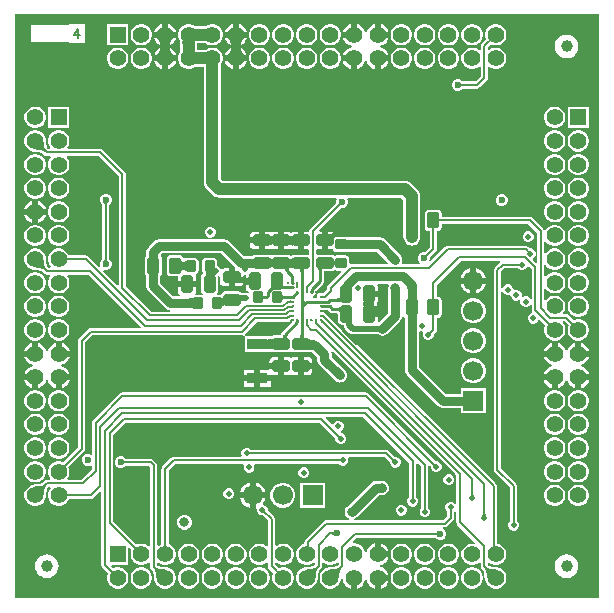
<source format=gbl>
G04*
G04 #@! TF.GenerationSoftware,Altium Limited,Altium Designer,21.4.1 (30)*
G04*
G04 Layer_Physical_Order=4*
G04 Layer_Color=16711680*
%FSLAX44Y44*%
%MOMM*%
G71*
G04*
G04 #@! TF.SameCoordinates,32E730F9-F919-4429-9A71-2B0F18EA1AEE*
G04*
G04*
G04 #@! TF.FilePolarity,Positive*
G04*
G01*
G75*
%ADD10C,0.4000*%
%ADD13C,0.2000*%
%ADD14C,0.2540*%
G04:AMPARAMS|DCode=26|XSize=1.025mm|YSize=1.4mm|CornerRadius=0.123mm|HoleSize=0mm|Usage=FLASHONLY|Rotation=0.000|XOffset=0mm|YOffset=0mm|HoleType=Round|Shape=RoundedRectangle|*
%AMROUNDEDRECTD26*
21,1,1.0250,1.1540,0,0,0.0*
21,1,0.7790,1.4000,0,0,0.0*
1,1,0.2460,0.3895,-0.5770*
1,1,0.2460,-0.3895,-0.5770*
1,1,0.2460,-0.3895,0.5770*
1,1,0.2460,0.3895,0.5770*
%
%ADD26ROUNDEDRECTD26*%
G04:AMPARAMS|DCode=27|XSize=1mm|YSize=1.45mm|CornerRadius=0.125mm|HoleSize=0mm|Usage=FLASHONLY|Rotation=270.000|XOffset=0mm|YOffset=0mm|HoleType=Round|Shape=RoundedRectangle|*
%AMROUNDEDRECTD27*
21,1,1.0000,1.2000,0,0,270.0*
21,1,0.7500,1.4500,0,0,270.0*
1,1,0.2500,-0.6000,-0.3750*
1,1,0.2500,-0.6000,0.3750*
1,1,0.2500,0.6000,0.3750*
1,1,0.2500,0.6000,-0.3750*
%
%ADD27ROUNDEDRECTD27*%
G04:AMPARAMS|DCode=28|XSize=1mm|YSize=1.45mm|CornerRadius=0.125mm|HoleSize=0mm|Usage=FLASHONLY|Rotation=0.000|XOffset=0mm|YOffset=0mm|HoleType=Round|Shape=RoundedRectangle|*
%AMROUNDEDRECTD28*
21,1,1.0000,1.2000,0,0,0.0*
21,1,0.7500,1.4500,0,0,0.0*
1,1,0.2500,0.3750,-0.6000*
1,1,0.2500,-0.3750,-0.6000*
1,1,0.2500,-0.3750,0.6000*
1,1,0.2500,0.3750,0.6000*
%
%ADD28ROUNDEDRECTD28*%
%ADD30C,1.0000*%
%ADD46C,0.5000*%
%ADD47C,0.8000*%
%ADD50R,1.4000X1.4000*%
%ADD51C,1.4000*%
%ADD52R,1.4000X1.4000*%
G04:AMPARAMS|DCode=53|XSize=1.7mm|YSize=1.7mm|CornerRadius=0.85mm|HoleSize=0mm|Usage=FLASHONLY|Rotation=270.000|XOffset=0mm|YOffset=0mm|HoleType=Round|Shape=RoundedRectangle|*
%AMROUNDEDRECTD53*
21,1,1.7000,0.0000,0,0,270.0*
21,1,0.0000,1.7000,0,0,270.0*
1,1,1.7000,0.0000,0.0000*
1,1,1.7000,0.0000,0.0000*
1,1,1.7000,0.0000,0.0000*
1,1,1.7000,0.0000,0.0000*
%
%ADD53ROUNDEDRECTD53*%
%ADD54R,1.7000X1.7000*%
G04:AMPARAMS|DCode=55|XSize=1.7mm|YSize=1.7mm|CornerRadius=0.85mm|HoleSize=0mm|Usage=FLASHONLY|Rotation=180.000|XOffset=0mm|YOffset=0mm|HoleType=Round|Shape=RoundedRectangle|*
%AMROUNDEDRECTD55*
21,1,1.7000,0.0000,0,0,180.0*
21,1,0.0000,1.7000,0,0,180.0*
1,1,1.7000,0.0000,0.0000*
1,1,1.7000,0.0000,0.0000*
1,1,1.7000,0.0000,0.0000*
1,1,1.7000,0.0000,0.0000*
%
%ADD55ROUNDEDRECTD55*%
%ADD56R,1.7000X1.7000*%
%ADD57C,0.3000*%
%ADD58C,0.8000*%
%ADD59C,0.5000*%
%ADD60C,0.6000*%
%ADD61C,0.4064*%
%ADD62R,1.7500X0.9500*%
G04:AMPARAMS|DCode=63|XSize=0.875mm|YSize=0.95mm|CornerRadius=0.1094mm|HoleSize=0mm|Usage=FLASHONLY|Rotation=180.000|XOffset=0mm|YOffset=0mm|HoleType=Round|Shape=RoundedRectangle|*
%AMROUNDEDRECTD63*
21,1,0.8750,0.7313,0,0,180.0*
21,1,0.6563,0.9500,0,0,180.0*
1,1,0.2188,-0.3281,0.3656*
1,1,0.2188,0.3281,0.3656*
1,1,0.2188,0.3281,-0.3656*
1,1,0.2188,-0.3281,-0.3656*
%
%ADD63ROUNDEDRECTD63*%
G04:AMPARAMS|DCode=64|XSize=0.875mm|YSize=0.95mm|CornerRadius=0.1094mm|HoleSize=0mm|Usage=FLASHONLY|Rotation=90.000|XOffset=0mm|YOffset=0mm|HoleType=Round|Shape=RoundedRectangle|*
%AMROUNDEDRECTD64*
21,1,0.8750,0.7313,0,0,90.0*
21,1,0.6563,0.9500,0,0,90.0*
1,1,0.2188,0.3656,0.3281*
1,1,0.2188,0.3656,-0.3281*
1,1,0.2188,-0.3656,-0.3281*
1,1,0.2188,-0.3656,0.3281*
%
%ADD64ROUNDEDRECTD64*%
%ADD65C,0.7620*%
%ADD66C,1.0000*%
%ADD67C,0.7500*%
%ADD68C,0.5080*%
G36*
X497313Y2687D02*
X2687D01*
Y497313D01*
X497313D01*
Y2687D01*
D02*
G37*
%LPC*%
G36*
X171185Y489000D02*
X168815D01*
X166526Y488387D01*
X164474Y487202D01*
X164333Y487060D01*
X155667D01*
X155526Y487202D01*
X153474Y488387D01*
X151185Y489000D01*
X148815D01*
X146526Y488387D01*
X144474Y487202D01*
X142798Y485526D01*
X141613Y483474D01*
X141000Y481185D01*
Y478815D01*
X141613Y476526D01*
X142717Y474615D01*
X142722Y474590D01*
X142714Y474536D01*
X142940Y470257D01*
Y468457D01*
X142900Y466765D01*
X142850Y466109D01*
X142835Y466009D01*
X142815Y465926D01*
X142813Y465869D01*
X142806Y465831D01*
X142719Y465532D01*
X142728Y465444D01*
X142717Y465385D01*
X141613Y463474D01*
X141000Y461185D01*
Y458815D01*
X141613Y456526D01*
X142798Y454474D01*
X144474Y452798D01*
X146526Y451613D01*
X148815Y451000D01*
X151185D01*
X153474Y451613D01*
X155526Y452798D01*
X155667Y452940D01*
X161543D01*
X162940Y452907D01*
Y354918D01*
X163180Y353091D01*
X163886Y351388D01*
X165008Y349925D01*
X170866Y344068D01*
X172328Y342946D01*
X174031Y342240D01*
X175858Y342000D01*
X275019D01*
X275615Y340730D01*
X275000Y339245D01*
Y337576D01*
X252917Y315493D01*
X252254Y314501D01*
X252021Y313330D01*
X250822Y313314D01*
X247460D01*
Y305700D01*
Y298086D01*
X250920D01*
X251040Y298110D01*
X252021Y297304D01*
Y294546D01*
X251040Y293740D01*
X250920Y293764D01*
X238920D01*
X237652Y293512D01*
X237361Y293317D01*
X236360Y292872D01*
X235736Y293097D01*
X235721Y293102D01*
X235108Y293512D01*
X233840Y293764D01*
X221840D01*
X220572Y293512D01*
X219870Y293043D01*
X219819Y293076D01*
X219796Y293097D01*
X219781Y293102D01*
X219168Y293512D01*
X217900Y293764D01*
X205900D01*
X204632Y293512D01*
X203557Y292793D01*
X203444Y292624D01*
X196704D01*
X184339Y304989D01*
X182417Y306273D01*
X180150Y306724D01*
X124971D01*
X122704Y306273D01*
X120783Y304989D01*
X116036Y300242D01*
X114752Y298321D01*
X114301Y296054D01*
Y292589D01*
X114001Y292389D01*
X113287Y291320D01*
X113037Y290060D01*
Y278520D01*
X113287Y277260D01*
X114001Y276191D01*
X114301Y275991D01*
Y266769D01*
X114752Y264502D01*
X116036Y262580D01*
X130265Y248351D01*
X132187Y247067D01*
X133988Y246709D01*
X133863Y245439D01*
X118387D01*
X96849Y266977D01*
Y361760D01*
X96849Y361760D01*
X96616Y362930D01*
X95953Y363923D01*
X95953Y363923D01*
X77463Y382413D01*
X76470Y383076D01*
X75300Y383309D01*
X75300Y383309D01*
X47684D01*
X47466Y383835D01*
X47262Y384579D01*
X48387Y386526D01*
X49000Y388815D01*
Y391185D01*
X48387Y393474D01*
X47202Y395526D01*
X45526Y397202D01*
X43474Y398387D01*
X41185Y399000D01*
X38815D01*
X36526Y398387D01*
X34474Y397202D01*
X32798Y395526D01*
X31613Y393474D01*
X31000Y391185D01*
Y388815D01*
X31613Y386526D01*
X32738Y384579D01*
X32534Y383835D01*
X32316Y383309D01*
X31017D01*
X30499Y383827D01*
X30479Y383851D01*
X30336Y384083D01*
X30178Y384429D01*
X30020Y384892D01*
X29875Y385468D01*
X29751Y386153D01*
X29655Y386922D01*
X29544Y388841D01*
X29539Y389935D01*
X29461Y390315D01*
X29384Y390705D01*
X29381Y390710D01*
X29380Y390715D01*
X29162Y391038D01*
X28958Y391343D01*
X28387Y393474D01*
X27202Y395526D01*
X25526Y397202D01*
X23474Y398387D01*
X21185Y399000D01*
X18815D01*
X16526Y398387D01*
X14474Y397202D01*
X12798Y395526D01*
X11613Y393474D01*
X11000Y391185D01*
Y388815D01*
X11613Y386526D01*
X12798Y384474D01*
X14474Y382799D01*
X16526Y381614D01*
X18657Y381043D01*
X18957Y380842D01*
X19285Y380621D01*
X19290Y380620D01*
X19295Y380617D01*
X19679Y380540D01*
X20065Y380462D01*
X21159Y380456D01*
X23078Y380346D01*
X23847Y380249D01*
X24532Y380125D01*
X25109Y379980D01*
X25571Y379822D01*
X25917Y379664D01*
X26149Y379521D01*
X26173Y379501D01*
X27587Y378087D01*
X27587Y378087D01*
X28579Y377424D01*
X29750Y377192D01*
X32804D01*
X33290Y376018D01*
X32798Y375526D01*
X31613Y373474D01*
X31000Y371185D01*
Y368815D01*
X31613Y366526D01*
X32798Y364474D01*
X34474Y362798D01*
X36526Y361613D01*
X38815Y361000D01*
X41185D01*
X43474Y361613D01*
X45526Y362798D01*
X47202Y364474D01*
X48387Y366526D01*
X49000Y368815D01*
Y371185D01*
X48387Y373474D01*
X47202Y375526D01*
X46710Y376018D01*
X47196Y377192D01*
X74033D01*
X90731Y360493D01*
Y268254D01*
X89558Y267768D01*
X77551Y279774D01*
X78271Y280851D01*
X78741Y280656D01*
X80730D01*
X82568Y281417D01*
X83974Y282824D01*
X84736Y284662D01*
Y286651D01*
X83974Y288489D01*
X82837Y289626D01*
Y336115D01*
X84059Y337338D01*
X84820Y339175D01*
Y341165D01*
X84059Y343002D01*
X82652Y344409D01*
X80815Y345170D01*
X78825D01*
X76988Y344409D01*
X75581Y343002D01*
X74820Y341165D01*
Y339175D01*
X75581Y337338D01*
X76719Y336200D01*
Y289711D01*
X75497Y288489D01*
X74736Y286651D01*
Y284662D01*
X74930Y284191D01*
X73854Y283472D01*
X65163Y292163D01*
X64170Y292826D01*
X63000Y293059D01*
X63000Y293059D01*
X48498D01*
X48387Y293474D01*
X47202Y295526D01*
X45526Y297202D01*
X43474Y298387D01*
X41185Y299000D01*
X38815D01*
X36526Y298387D01*
X34474Y297202D01*
X32798Y295526D01*
X31613Y293474D01*
X31000Y291185D01*
Y288815D01*
X31613Y286526D01*
X32798Y284474D01*
X33290Y283983D01*
X32804Y282809D01*
X31517D01*
X30499Y283827D01*
X30479Y283851D01*
X30336Y284083D01*
X30178Y284429D01*
X30021Y284892D01*
X29875Y285468D01*
X29751Y286153D01*
X29655Y286922D01*
X29544Y288841D01*
X29539Y289935D01*
X29461Y290317D01*
X29384Y290706D01*
X29381Y290710D01*
X29380Y290715D01*
X29161Y291038D01*
X28958Y291343D01*
X28387Y293474D01*
X27202Y295526D01*
X25526Y297202D01*
X23474Y298387D01*
X21185Y299000D01*
X18815D01*
X16526Y298387D01*
X14474Y297202D01*
X12798Y295526D01*
X11613Y293474D01*
X11000Y291185D01*
Y288815D01*
X11613Y286526D01*
X12798Y284474D01*
X14474Y282798D01*
X16526Y281614D01*
X18657Y281042D01*
X18959Y280841D01*
X19285Y280620D01*
X19290Y280620D01*
X19295Y280617D01*
X19679Y280540D01*
X20065Y280461D01*
X21159Y280456D01*
X23078Y280346D01*
X23847Y280250D01*
X24532Y280125D01*
X25109Y279980D01*
X25571Y279822D01*
X25918Y279664D01*
X26149Y279521D01*
X26174Y279501D01*
X28087Y277588D01*
X28087Y277588D01*
X29079Y276924D01*
X30250Y276692D01*
X30250Y276692D01*
X32315D01*
X32535Y276163D01*
X32738Y275422D01*
X31613Y273474D01*
X31000Y271185D01*
Y268815D01*
X31613Y266526D01*
X32798Y264474D01*
X34474Y262799D01*
X36526Y261614D01*
X38815Y261000D01*
X41185D01*
X43474Y261614D01*
X45526Y262799D01*
X47202Y264474D01*
X48387Y266526D01*
X49000Y268815D01*
Y271185D01*
X48387Y273474D01*
X47262Y275422D01*
X47465Y276163D01*
X47684Y276692D01*
X65313D01*
X109272Y232732D01*
X108786Y231559D01*
X67210D01*
X67210Y231559D01*
X66040Y231326D01*
X65047Y230663D01*
X65047Y230663D01*
X57337Y222953D01*
X56674Y221961D01*
X56441Y220790D01*
X56441Y220790D01*
Y130767D01*
X43846Y118172D01*
X43474Y118386D01*
X41185Y119000D01*
X38815D01*
X36526Y118386D01*
X34474Y117201D01*
X32798Y115526D01*
X31613Y113474D01*
X31000Y111185D01*
Y108815D01*
X31613Y106526D01*
X32798Y104474D01*
X32916Y104356D01*
X32430Y103182D01*
X30124D01*
X30124Y103182D01*
X28953Y102950D01*
X27961Y102287D01*
X27961Y102287D01*
X26173Y100499D01*
X26149Y100479D01*
X25917Y100336D01*
X25571Y100178D01*
X25109Y100020D01*
X24532Y99875D01*
X23847Y99750D01*
X23078Y99655D01*
X21159Y99544D01*
X20065Y99539D01*
X19683Y99461D01*
X19295Y99383D01*
X19290Y99381D01*
X19285Y99380D01*
X18961Y99161D01*
X18657Y98958D01*
X16526Y98386D01*
X14474Y97202D01*
X12798Y95526D01*
X11613Y93474D01*
X11000Y91185D01*
Y88815D01*
X11613Y86526D01*
X12798Y84474D01*
X14474Y82798D01*
X16526Y81613D01*
X18815Y81000D01*
X21185D01*
X23474Y81613D01*
X25526Y82798D01*
X27202Y84474D01*
X28387Y86526D01*
X28958Y88657D01*
X29159Y88958D01*
X29380Y89285D01*
X29381Y89290D01*
X29384Y89295D01*
X29460Y89680D01*
X29539Y90065D01*
X29544Y91159D01*
X29655Y93078D01*
X29751Y93847D01*
X29875Y94532D01*
X30020Y95108D01*
X30178Y95571D01*
X30336Y95917D01*
X30479Y96149D01*
X30499Y96173D01*
X31391Y97065D01*
X32678D01*
X33164Y95892D01*
X32798Y95526D01*
X31613Y93474D01*
X31000Y91185D01*
Y88815D01*
X31613Y86526D01*
X32798Y84474D01*
X34474Y82798D01*
X36526Y81613D01*
X38815Y81000D01*
X41185D01*
X43474Y81613D01*
X45526Y82798D01*
X47202Y84474D01*
X48387Y86526D01*
X48498Y86941D01*
X67140D01*
X67140Y86941D01*
X68310Y87174D01*
X69303Y87837D01*
X75018Y93552D01*
X76191Y93066D01*
Y30750D01*
X76191Y30750D01*
X76424Y29579D01*
X77087Y28587D01*
X81828Y23846D01*
X81613Y23474D01*
X81000Y21185D01*
Y18815D01*
X81613Y16526D01*
X82798Y14474D01*
X84474Y12798D01*
X86526Y11613D01*
X88815Y11000D01*
X91185D01*
X93474Y11613D01*
X95526Y12798D01*
X97202Y14474D01*
X98386Y16526D01*
X99000Y18815D01*
Y21185D01*
X98386Y23474D01*
X97202Y25526D01*
X95526Y27202D01*
X93474Y28387D01*
X91185Y29000D01*
X88815D01*
X86526Y28387D01*
X86154Y28172D01*
X84499Y29827D01*
X84985Y31000D01*
X99000D01*
Y45015D01*
X100173Y45501D01*
X101828Y43846D01*
X101613Y43474D01*
X101000Y41185D01*
Y38815D01*
X101613Y36526D01*
X102798Y34474D01*
X104474Y32798D01*
X106526Y31613D01*
X108815Y31000D01*
X111185D01*
X113474Y31613D01*
X115526Y32798D01*
X116028Y33301D01*
X117298Y32775D01*
Y29643D01*
X117298Y29643D01*
X117531Y28472D01*
X118194Y27480D01*
X119501Y26173D01*
X119521Y26149D01*
X119664Y25918D01*
X119822Y25571D01*
X119979Y25109D01*
X120125Y24532D01*
X120249Y23847D01*
X120345Y23078D01*
X120456Y21159D01*
X120461Y20065D01*
X120539Y19683D01*
X120616Y19295D01*
X120619Y19290D01*
X120620Y19285D01*
X120840Y18961D01*
X121042Y18657D01*
X121613Y16526D01*
X122798Y14474D01*
X124474Y12798D01*
X126526Y11613D01*
X128815Y11000D01*
X131185D01*
X133474Y11613D01*
X135526Y12798D01*
X137202Y14474D01*
X138387Y16526D01*
X139000Y18815D01*
Y21185D01*
X138387Y23474D01*
X137202Y25526D01*
X135526Y27202D01*
X133474Y28387D01*
X131343Y28958D01*
X131040Y29160D01*
X130715Y29380D01*
X130710Y29381D01*
X130705Y29384D01*
X130319Y29460D01*
X129935Y29539D01*
X128841Y29544D01*
X126922Y29655D01*
X126153Y29751D01*
X125467Y29875D01*
X124891Y30020D01*
X124429Y30178D01*
X124082Y30336D01*
X123851Y30479D01*
X123827Y30499D01*
X123416Y30910D01*
Y32250D01*
X124686Y32676D01*
X126526Y31613D01*
X128815Y31000D01*
X131185D01*
X133474Y31613D01*
X135526Y32798D01*
X137202Y34474D01*
X138387Y36526D01*
X139000Y38815D01*
Y41185D01*
X138387Y43474D01*
X137202Y45526D01*
X135526Y47202D01*
X133474Y48387D01*
X133059Y48498D01*
Y110953D01*
X138517Y116411D01*
X196120D01*
X196968Y115141D01*
X196680Y114445D01*
Y112655D01*
X197365Y111001D01*
X198631Y109735D01*
X200285Y109050D01*
X202075D01*
X203729Y109735D01*
X204995Y111001D01*
X205680Y112655D01*
Y114445D01*
X205392Y115141D01*
X206240Y116411D01*
X277175D01*
X277931Y115655D01*
X279585Y114970D01*
X281375D01*
X283029Y115655D01*
X284295Y116921D01*
X284980Y118575D01*
Y120365D01*
X284629Y121211D01*
X285478Y122481D01*
X316043D01*
X320430Y118094D01*
Y117025D01*
X321115Y115371D01*
X322381Y114105D01*
X324035Y113420D01*
X325825D01*
X327479Y114105D01*
X328745Y115371D01*
X329430Y117025D01*
Y118815D01*
X328745Y120469D01*
X327479Y121735D01*
X325825Y122420D01*
X324756D01*
X319473Y127703D01*
X318480Y128366D01*
X317310Y128599D01*
X317310Y128599D01*
X202505D01*
X201749Y129355D01*
X200095Y130040D01*
X198305D01*
X196651Y129355D01*
X195385Y128089D01*
X194700Y126435D01*
Y124645D01*
X195051Y123799D01*
X194202Y122529D01*
X137250D01*
X136080Y122296D01*
X135087Y121633D01*
X135087Y121633D01*
X127837Y114383D01*
X127174Y113391D01*
X126941Y112220D01*
X126941Y112220D01*
Y48498D01*
X126526Y48387D01*
X124686Y47324D01*
X123416Y47750D01*
Y115483D01*
X123416Y115483D01*
X123183Y116653D01*
X122520Y117646D01*
X122520Y117646D01*
X120013Y120153D01*
X119021Y120816D01*
X117850Y121049D01*
X117850Y121049D01*
X96601D01*
X95421Y122229D01*
X93583Y122990D01*
X91594D01*
X89756Y122229D01*
X88350Y120822D01*
X87589Y118985D01*
Y116995D01*
X88350Y115158D01*
X89756Y113751D01*
X91594Y112990D01*
X93583D01*
X95421Y113751D01*
X96601Y114931D01*
X116583D01*
X117298Y114216D01*
Y47225D01*
X116028Y46699D01*
X115526Y47202D01*
X113474Y48387D01*
X111185Y49000D01*
X108815D01*
X106526Y48387D01*
X106154Y48172D01*
X86309Y68017D01*
Y141233D01*
X96450Y151374D01*
X261127D01*
X274283Y138218D01*
Y137149D01*
X274968Y135494D01*
X276234Y134229D01*
X277888Y133544D01*
X279678D01*
X281332Y134229D01*
X282598Y135494D01*
X283283Y137149D01*
Y138939D01*
X282598Y140593D01*
X281332Y141859D01*
X279678Y142544D01*
X279531D01*
X279012Y143161D01*
X279219Y144585D01*
X280485Y145851D01*
X281170Y147505D01*
Y149295D01*
X280485Y150949D01*
X279219Y152215D01*
X277565Y152900D01*
X275775D01*
X274121Y152215D01*
X272855Y150949D01*
X272604Y150344D01*
X271106Y150046D01*
X266134Y155018D01*
X266620Y156191D01*
X297983D01*
X336692Y117483D01*
Y88205D01*
X335935Y87449D01*
X335250Y85795D01*
Y84005D01*
X335935Y82351D01*
X337201Y81085D01*
X338855Y80400D01*
X340645D01*
X342299Y81085D01*
X343565Y82351D01*
X344250Y84005D01*
Y85795D01*
X343565Y87449D01*
X342809Y88205D01*
Y116432D01*
X343982Y116918D01*
X346941Y113959D01*
Y79315D01*
X346185Y78559D01*
X345500Y76905D01*
Y75115D01*
X346185Y73461D01*
X347451Y72195D01*
X349105Y71510D01*
X350895D01*
X352549Y72195D01*
X353815Y73461D01*
X354500Y75115D01*
Y76905D01*
X353815Y78559D01*
X353059Y79315D01*
Y114679D01*
X354329Y115205D01*
X355250Y114284D01*
Y113215D01*
X355935Y111561D01*
X357201Y110295D01*
X358855Y109610D01*
X360645D01*
X362299Y110295D01*
X363565Y111561D01*
X364250Y113215D01*
Y115005D01*
X363565Y116659D01*
X362299Y117925D01*
X360645Y118610D01*
X359576D01*
X302023Y176163D01*
X301031Y176826D01*
X299860Y177059D01*
X299860Y177059D01*
X93990D01*
X92819Y176826D01*
X91827Y176163D01*
X91827Y176163D01*
X69087Y153423D01*
X68424Y152430D01*
X68191Y151260D01*
X68191Y151260D01*
Y125039D01*
X66921Y124409D01*
X65495Y125000D01*
X63505D01*
X61668Y124239D01*
X60261Y122832D01*
X59500Y120995D01*
Y119005D01*
X60261Y117168D01*
X61668Y115761D01*
X63505Y115000D01*
X65495D01*
X66921Y115591D01*
X68191Y114961D01*
Y111887D01*
X59487Y103182D01*
X47570D01*
X47084Y104356D01*
X47202Y104474D01*
X48387Y106526D01*
X49000Y108815D01*
Y111185D01*
X48387Y113474D01*
X48172Y113846D01*
X61663Y127337D01*
X62326Y128329D01*
X62559Y129500D01*
X62559Y129500D01*
Y219523D01*
X68477Y225441D01*
X195250D01*
X195250Y225441D01*
X196275Y225645D01*
X196913Y225185D01*
X197340Y224761D01*
X197340Y224131D01*
Y211651D01*
X216766D01*
X216810Y211642D01*
X216853Y211651D01*
X218840D01*
Y211807D01*
X220104Y212098D01*
X220865Y211589D01*
X222133Y211337D01*
X234133D01*
X235401Y211589D01*
X236476Y212308D01*
X236583D01*
X237658Y211589D01*
X238926Y211337D01*
X246445D01*
X246716Y211283D01*
X254665D01*
X258748Y207200D01*
Y204654D01*
X259214Y202313D01*
X260540Y200329D01*
X273614Y187254D01*
X274115Y186919D01*
X274541Y186493D01*
X275098Y186263D01*
X275599Y185928D01*
X276190Y185811D01*
X276747Y185580D01*
X277349D01*
X277940Y185462D01*
X278531Y185580D01*
X279133D01*
X279690Y185811D01*
X280281Y185928D01*
X280782Y186263D01*
X281339Y186493D01*
X281765Y186919D01*
X282266Y187254D01*
X282600Y187755D01*
X283027Y188181D01*
X283257Y188738D01*
X283592Y189239D01*
X283709Y189830D01*
X283940Y190387D01*
Y190989D01*
X284058Y191580D01*
X283940Y192171D01*
Y192773D01*
X283709Y193330D01*
X283592Y193921D01*
X283257Y194422D01*
X283027Y194979D01*
X282600Y195405D01*
X282266Y195906D01*
X270983Y207188D01*
Y209734D01*
X270695Y211183D01*
X271865Y211809D01*
X376692Y106983D01*
Y83126D01*
X375421Y82683D01*
X374469Y83635D01*
X372815Y84320D01*
X371025D01*
X369371Y83635D01*
X368105Y82369D01*
X367420Y80715D01*
Y78925D01*
X368105Y77271D01*
X368861Y76515D01*
Y72197D01*
X365573Y68909D01*
X291244D01*
X290372Y70179D01*
X290441Y70358D01*
X290942Y70693D01*
X291499Y70924D01*
X291925Y71350D01*
X292426Y71684D01*
X310954Y90212D01*
X313500D01*
X314091Y90330D01*
X314694D01*
X315250Y90561D01*
X315841Y90678D01*
X316342Y91013D01*
X316899Y91243D01*
X317325Y91670D01*
X317826Y92004D01*
X318160Y92505D01*
X318587Y92931D01*
X318817Y93488D01*
X319152Y93989D01*
X319269Y94580D01*
X319500Y95136D01*
Y95739D01*
X319618Y96330D01*
X319500Y96921D01*
Y97523D01*
X319269Y98080D01*
X319152Y98671D01*
X318817Y99172D01*
X318587Y99729D01*
X318160Y100155D01*
X317826Y100656D01*
X317325Y100990D01*
X316899Y101417D01*
X316342Y101647D01*
X315841Y101982D01*
X315250Y102099D01*
X314694Y102330D01*
X314091D01*
X313500Y102448D01*
X308420D01*
X306079Y101982D01*
X304094Y100656D01*
X283774Y80336D01*
X283440Y79835D01*
X283013Y79409D01*
X282783Y78852D01*
X282448Y78351D01*
X282331Y77760D01*
X282100Y77203D01*
Y76601D01*
X281982Y76010D01*
X282100Y75419D01*
Y74816D01*
X282331Y74260D01*
X282448Y73669D01*
X282783Y73168D01*
X283013Y72611D01*
X283440Y72185D01*
X283774Y71684D01*
X284275Y71350D01*
X284701Y70924D01*
X285258Y70693D01*
X285759Y70358D01*
X285828Y70179D01*
X284956Y68909D01*
X266510D01*
X266510Y68909D01*
X265340Y68676D01*
X264347Y68013D01*
X264347Y68013D01*
X248997Y52663D01*
X248334Y51670D01*
X248101Y50500D01*
X248101Y50500D01*
Y48809D01*
X246526Y48387D01*
X244474Y47202D01*
X242798Y45526D01*
X241613Y43474D01*
X241000Y41185D01*
Y38815D01*
X241613Y36526D01*
X242798Y34474D01*
X244474Y32798D01*
X246526Y31613D01*
X248815Y31000D01*
X251185D01*
X253474Y31613D01*
X255526Y32798D01*
X256018Y33290D01*
X257191Y32804D01*
Y31517D01*
X256173Y30499D01*
X256149Y30479D01*
X255917Y30336D01*
X255571Y30178D01*
X255109Y30020D01*
X254532Y29875D01*
X253847Y29751D01*
X253078Y29655D01*
X251159Y29544D01*
X250065Y29539D01*
X249685Y29461D01*
X249295Y29384D01*
X249290Y29381D01*
X249285Y29380D01*
X248963Y29162D01*
X248657Y28958D01*
X246526Y28387D01*
X244474Y27202D01*
X242798Y25526D01*
X241613Y23474D01*
X241000Y21185D01*
Y18815D01*
X241613Y16526D01*
X242798Y14474D01*
X244474Y12798D01*
X246526Y11613D01*
X248815Y11000D01*
X251185D01*
X253474Y11613D01*
X255526Y12798D01*
X257202Y14474D01*
X258387Y16526D01*
X258958Y18657D01*
X259158Y18957D01*
X259380Y19285D01*
X259381Y19290D01*
X259384Y19295D01*
X259460Y19679D01*
X259539Y20065D01*
X259544Y21159D01*
X259655Y23078D01*
X259751Y23847D01*
X259875Y24532D01*
X260021Y25109D01*
X260178Y25571D01*
X260336Y25917D01*
X260479Y26149D01*
X260499Y26173D01*
X262413Y28087D01*
X262413Y28087D01*
X263076Y29079D01*
X263309Y30250D01*
X263309Y30250D01*
Y32316D01*
X263835Y32534D01*
X264579Y32738D01*
X266526Y31613D01*
X268815Y31000D01*
X271185D01*
X273474Y31613D01*
X275526Y32798D01*
X276018Y33291D01*
X277192Y32805D01*
Y31517D01*
X276173Y30499D01*
X276149Y30479D01*
X275917Y30336D01*
X275571Y30178D01*
X275109Y30020D01*
X274532Y29875D01*
X273847Y29751D01*
X273078Y29655D01*
X271159Y29544D01*
X270065Y29539D01*
X269685Y29461D01*
X269295Y29384D01*
X269290Y29381D01*
X269285Y29380D01*
X268963Y29162D01*
X268657Y28958D01*
X266526Y28387D01*
X264474Y27202D01*
X262798Y25526D01*
X261613Y23474D01*
X261000Y21185D01*
Y18815D01*
X261613Y16526D01*
X262798Y14474D01*
X264474Y12798D01*
X266526Y11613D01*
X268815Y11000D01*
X271185D01*
X273474Y11613D01*
X275526Y12798D01*
X277202Y14474D01*
X278387Y16526D01*
X278958Y18657D01*
X279158Y18957D01*
X279190Y19005D01*
X280401Y18756D01*
X280466Y18722D01*
X281110Y16318D01*
X282366Y14142D01*
X284142Y12366D01*
X286318Y11110D01*
X287460Y10804D01*
Y20000D01*
X292540D01*
Y10804D01*
X293682Y11110D01*
X295858Y12366D01*
X297634Y14142D01*
X298890Y16318D01*
X299343Y18007D01*
X300658D01*
X301110Y16318D01*
X302366Y14142D01*
X304142Y12366D01*
X306318Y11110D01*
X307460Y10804D01*
Y20000D01*
X310000D01*
Y22540D01*
X319196D01*
X318890Y23682D01*
X317634Y25858D01*
X315858Y27634D01*
X313682Y28890D01*
X311993Y29343D01*
Y30657D01*
X313682Y31110D01*
X315858Y32366D01*
X317634Y34142D01*
X318890Y36318D01*
X319196Y37460D01*
X310000D01*
Y40000D01*
X307460D01*
Y49196D01*
X306318Y48890D01*
X304142Y47634D01*
X302366Y45858D01*
X301110Y43682D01*
X300658Y41993D01*
X299343D01*
X298890Y43682D01*
X297634Y45858D01*
X295858Y47634D01*
X293682Y48890D01*
X291256Y49540D01*
X289342D01*
X288816Y50810D01*
X291907Y53901D01*
X359018D01*
X360198Y52721D01*
X362035Y51960D01*
X364025D01*
X365862Y52721D01*
X367269Y54128D01*
X368030Y55965D01*
Y57955D01*
X367269Y59792D01*
X365862Y61199D01*
X365084Y61521D01*
X365336Y62791D01*
X366840D01*
X366840Y62791D01*
X368010Y63024D01*
X369003Y63687D01*
X374083Y68767D01*
X374083Y68767D01*
X374746Y69759D01*
X374979Y70930D01*
X374979Y70930D01*
Y75780D01*
X375421Y76119D01*
X376692Y75491D01*
Y67300D01*
X376692Y67300D01*
X376924Y66129D01*
X377587Y65137D01*
X392858Y49867D01*
X392201Y48728D01*
X391185Y49000D01*
X388815D01*
X386526Y48387D01*
X384474Y47202D01*
X382799Y45526D01*
X381614Y43474D01*
X381000Y41185D01*
Y38815D01*
X381614Y36526D01*
X382799Y34474D01*
X384474Y32798D01*
X386526Y31613D01*
X388815Y31000D01*
X391185D01*
X393474Y31613D01*
X395526Y32798D01*
X396018Y33290D01*
X397191Y32804D01*
Y29750D01*
X397191Y29750D01*
X397424Y28579D01*
X398087Y27587D01*
X399501Y26173D01*
X399521Y26149D01*
X399664Y25917D01*
X399822Y25571D01*
X399980Y25109D01*
X400125Y24532D01*
X400249Y23847D01*
X400346Y23078D01*
X400456Y21159D01*
X400461Y20065D01*
X400539Y19683D01*
X400617Y19295D01*
X400620Y19290D01*
X400621Y19285D01*
X400839Y18961D01*
X401043Y18657D01*
X401614Y16526D01*
X402798Y14474D01*
X404474Y12798D01*
X406526Y11613D01*
X408815Y11000D01*
X411185D01*
X413474Y11613D01*
X415526Y12798D01*
X417202Y14474D01*
X418387Y16526D01*
X419000Y18815D01*
Y21185D01*
X418387Y23474D01*
X417202Y25526D01*
X415526Y27202D01*
X413474Y28387D01*
X411343Y28958D01*
X411042Y29159D01*
X410715Y29380D01*
X410710Y29381D01*
X410705Y29384D01*
X410320Y29460D01*
X409935Y29539D01*
X408841Y29544D01*
X406922Y29655D01*
X406153Y29751D01*
X405468Y29875D01*
X404892Y30020D01*
X404429Y30178D01*
X404083Y30336D01*
X403851Y30479D01*
X403827Y30499D01*
X403309Y31017D01*
Y32316D01*
X403835Y32534D01*
X404579Y32738D01*
X406526Y31613D01*
X408815Y31000D01*
X411185D01*
X413474Y31613D01*
X415526Y32798D01*
X417202Y34474D01*
X418387Y36526D01*
X419000Y38815D01*
Y41185D01*
X418387Y43474D01*
X417202Y45526D01*
X415526Y47202D01*
X413474Y48387D01*
X411206Y48994D01*
Y97635D01*
X411206Y97635D01*
X410973Y98805D01*
X410310Y99798D01*
X410310Y99798D01*
X266136Y243972D01*
X265144Y244635D01*
X264109Y244840D01*
X263983Y244967D01*
X263769Y246430D01*
X264001Y246666D01*
X267936D01*
X269403Y245200D01*
X270484Y244477D01*
X271760Y244223D01*
X275972D01*
X276336Y243678D01*
Y237650D01*
X276589Y236382D01*
X277307Y235307D01*
X278382Y234589D01*
X279650Y234336D01*
X281312D01*
Y233879D01*
X281661Y232123D01*
X282656Y230635D01*
X285585Y227706D01*
X287073Y226711D01*
X288829Y226362D01*
X310017D01*
X311609Y225298D01*
X313950Y224832D01*
X316291Y225298D01*
X318276Y226624D01*
X329326Y237674D01*
X330652Y239659D01*
X330830Y240552D01*
X332211Y240985D01*
X332783Y240461D01*
Y196297D01*
X333248Y193956D01*
X334574Y191971D01*
X360882Y165664D01*
X362866Y164338D01*
X365207Y163873D01*
X380470D01*
Y159490D01*
X401470D01*
Y180490D01*
X380470D01*
Y176108D01*
X367741D01*
X345018Y198831D01*
Y228393D01*
X346288Y229242D01*
X346895Y228990D01*
X347967D01*
X348782Y227760D01*
X348370Y226765D01*
Y224975D01*
X349055Y223321D01*
X350321Y222055D01*
X351975Y221370D01*
X353765D01*
X355419Y222055D01*
X356685Y223321D01*
X357370Y224975D01*
Y226044D01*
X359313Y227987D01*
X359313Y227987D01*
X359976Y228979D01*
X360209Y230150D01*
X360209Y230150D01*
Y240080D01*
X361045D01*
X362305Y240330D01*
X363374Y241044D01*
X364088Y242113D01*
X364338Y243373D01*
Y254913D01*
X364088Y256173D01*
X363374Y257242D01*
X362305Y257956D01*
X361045Y258206D01*
X360209D01*
Y268253D01*
X380370Y288414D01*
X413155D01*
X413312Y288202D01*
X413629Y287144D01*
X409127Y282643D01*
X408464Y281651D01*
X408231Y280480D01*
X408231Y280480D01*
Y111570D01*
X408231Y111570D01*
X408464Y110400D01*
X409127Y109407D01*
X422201Y96333D01*
Y67885D01*
X421445Y67129D01*
X420760Y65475D01*
Y63685D01*
X421445Y62031D01*
X422711Y60765D01*
X424365Y60080D01*
X426155D01*
X427809Y60765D01*
X429075Y62031D01*
X429760Y63685D01*
Y65475D01*
X429075Y67129D01*
X428319Y67885D01*
Y97600D01*
X428086Y98771D01*
X427423Y99763D01*
X427423Y99763D01*
X414349Y112837D01*
Y279213D01*
X417327Y282191D01*
X429195D01*
X429951Y281435D01*
X431605Y280750D01*
X433395D01*
X435049Y281435D01*
X436315Y282701D01*
X436693Y283613D01*
X438173Y283928D01*
X440406Y281696D01*
Y256847D01*
X439593Y256508D01*
X439136Y256458D01*
X437969Y257625D01*
X436315Y258310D01*
X434525D01*
X433029Y257690D01*
X432399Y258056D01*
X431932Y258482D01*
Y260153D01*
X431247Y261807D01*
X429981Y263072D01*
X428328Y263757D01*
X426537D01*
X425950Y263514D01*
X424680Y264363D01*
Y264865D01*
X423995Y266519D01*
X422729Y267785D01*
X421075Y268470D01*
X419285D01*
X417631Y267785D01*
X416365Y266519D01*
X415680Y264865D01*
Y263075D01*
X416365Y261421D01*
X417631Y260155D01*
X419285Y259470D01*
X421075D01*
X421662Y259713D01*
X422933Y258865D01*
Y258362D01*
X423618Y256709D01*
X424883Y255443D01*
X426537Y254757D01*
X428328D01*
X429824Y255377D01*
X430453Y255012D01*
X430920Y254585D01*
Y252915D01*
X431605Y251261D01*
X432871Y249995D01*
X434525Y249310D01*
X436315D01*
X437969Y249995D01*
X439136Y251162D01*
X439593Y251112D01*
X440406Y250773D01*
Y246535D01*
X440406Y246535D01*
X440639Y245365D01*
X440030Y243990D01*
X439221Y243655D01*
X437955Y242389D01*
X437270Y240735D01*
Y238945D01*
X437955Y237291D01*
X439221Y236025D01*
X440875Y235340D01*
X442665D01*
X444319Y236025D01*
X445585Y237291D01*
X445878Y238000D01*
X447377Y238298D01*
X451828Y233846D01*
X451613Y233474D01*
X451000Y231185D01*
Y228815D01*
X451613Y226526D01*
X452798Y224474D01*
X454474Y222798D01*
X456526Y221613D01*
X458815Y221000D01*
X461185D01*
X463474Y221613D01*
X465526Y222798D01*
X467202Y224474D01*
X468387Y226526D01*
X469000Y228815D01*
Y231185D01*
X468387Y233474D01*
X467202Y235526D01*
X466700Y236028D01*
X467166Y237154D01*
X468399Y237275D01*
X471828Y233846D01*
X471613Y233474D01*
X471000Y231185D01*
Y228815D01*
X471613Y226526D01*
X472798Y224474D01*
X474474Y222798D01*
X476526Y221613D01*
X478815Y221000D01*
X481185D01*
X483474Y221613D01*
X485526Y222798D01*
X487202Y224474D01*
X488387Y226526D01*
X489000Y228815D01*
Y231185D01*
X488387Y233474D01*
X487202Y235526D01*
X485526Y237202D01*
X483474Y238387D01*
X481185Y239000D01*
X478815D01*
X476526Y238387D01*
X476154Y238172D01*
X471806Y242520D01*
X470813Y243183D01*
X469643Y243416D01*
X469643Y243416D01*
X467750D01*
X467324Y244686D01*
X468387Y246526D01*
X469000Y248815D01*
Y251185D01*
X468387Y253474D01*
X467202Y255526D01*
X465526Y257202D01*
X463474Y258387D01*
X461185Y259000D01*
X458815D01*
X456526Y258387D01*
X454474Y257202D01*
X452798Y255526D01*
X452449Y254921D01*
X451179Y255261D01*
Y264739D01*
X452449Y265079D01*
X452798Y264474D01*
X454474Y262799D01*
X456526Y261614D01*
X458815Y261000D01*
X461185D01*
X463474Y261614D01*
X465526Y262799D01*
X467202Y264474D01*
X468387Y266526D01*
X469000Y268815D01*
Y271185D01*
X468387Y273474D01*
X467202Y275526D01*
X465526Y277202D01*
X463474Y278387D01*
X461185Y279000D01*
X458815D01*
X456526Y278387D01*
X454474Y277202D01*
X452798Y275526D01*
X452449Y274921D01*
X451179Y275261D01*
Y284739D01*
X452449Y285079D01*
X452798Y284474D01*
X454474Y282798D01*
X456526Y281614D01*
X458815Y281000D01*
X461185D01*
X463474Y281614D01*
X465526Y282798D01*
X467202Y284474D01*
X468387Y286526D01*
X469000Y288815D01*
Y291185D01*
X468387Y293474D01*
X467202Y295526D01*
X465526Y297202D01*
X463474Y298387D01*
X461185Y299000D01*
X458815D01*
X456526Y298387D01*
X454474Y297202D01*
X452798Y295526D01*
X452449Y294921D01*
X451179Y295261D01*
Y304739D01*
X452449Y305079D01*
X452798Y304474D01*
X454474Y302798D01*
X456526Y301614D01*
X458815Y301000D01*
X461185D01*
X463474Y301614D01*
X465526Y302798D01*
X467202Y304474D01*
X468387Y306526D01*
X469000Y308815D01*
Y311185D01*
X468387Y313474D01*
X467202Y315526D01*
X465526Y317202D01*
X463474Y318387D01*
X461185Y319000D01*
X458815D01*
X456526Y318387D01*
X454474Y317202D01*
X452798Y315526D01*
X452257Y314589D01*
X451390Y314643D01*
X450888Y314757D01*
X450283Y315663D01*
X450283Y315663D01*
X441147Y324799D01*
X440154Y325462D01*
X438984Y325695D01*
X438984Y325695D01*
X364338D01*
Y328406D01*
X364088Y329666D01*
X363374Y330735D01*
X362305Y331449D01*
X361045Y331699D01*
X353255D01*
X351995Y331449D01*
X350926Y330735D01*
X350212Y329666D01*
X349962Y328406D01*
Y316866D01*
X350212Y315606D01*
X350926Y314537D01*
X351995Y313824D01*
X353255Y313573D01*
X354091D01*
Y299997D01*
X349734Y295640D01*
X348065D01*
X346228Y294879D01*
X344821Y293472D01*
X344060Y291635D01*
Y289645D01*
X344821Y287808D01*
X345800Y286829D01*
X345274Y285559D01*
X331022D01*
X330385Y286343D01*
X330249Y286829D01*
X330467Y287155D01*
X330584Y287746D01*
X330815Y288303D01*
Y288905D01*
X330932Y289496D01*
X330815Y290087D01*
Y290690D01*
X330584Y291246D01*
X330467Y291837D01*
X330132Y292338D01*
X329902Y292895D01*
X329475Y293321D01*
X329141Y293822D01*
X316312Y306651D01*
X314327Y307977D01*
X311986Y308443D01*
X284377D01*
X284073Y308646D01*
X282866Y308886D01*
X275554D01*
X275104Y309255D01*
Y309450D01*
X274810Y310929D01*
X273972Y312183D01*
X272719Y313020D01*
X271240Y313314D01*
X267780D01*
Y305700D01*
Y298086D01*
X271240D01*
X272175Y298272D01*
X272640Y297962D01*
X273323Y296938D01*
X274347Y296255D01*
X275554Y296014D01*
X282866D01*
X283836Y296208D01*
X309452D01*
X318928Y286732D01*
X318442Y285559D01*
X287250D01*
X286021Y286609D01*
Y289981D01*
X285781Y291189D01*
X285097Y292212D01*
X284073Y292896D01*
X282866Y293136D01*
X275554D01*
X274347Y292896D01*
X274053Y292700D01*
X273583Y292793D01*
X272508Y293512D01*
X271240Y293764D01*
X259240D01*
X259121Y293740D01*
X258139Y294546D01*
Y297304D01*
X259121Y298110D01*
X259240Y298086D01*
X262700D01*
Y305700D01*
Y313314D01*
X261049D01*
X260564Y314488D01*
X279326Y333250D01*
X280995D01*
X282832Y334011D01*
X284239Y335418D01*
X285000Y337255D01*
Y339245D01*
X284385Y340730D01*
X284981Y342000D01*
X330118D01*
X331840Y340278D01*
Y329049D01*
X331712Y328406D01*
Y316866D01*
X331840Y316223D01*
Y308420D01*
X332080Y306593D01*
X332785Y304890D01*
X333908Y303428D01*
X335370Y302306D01*
X337073Y301600D01*
X338900Y301360D01*
X340727Y301600D01*
X342430Y302306D01*
X343893Y303428D01*
X345014Y304890D01*
X345720Y306593D01*
X345960Y308420D01*
Y316223D01*
X346088Y316866D01*
Y328406D01*
X345960Y329049D01*
Y343202D01*
X345720Y345029D01*
X345014Y346732D01*
X343893Y348195D01*
X338035Y354053D01*
X336572Y355174D01*
X334869Y355880D01*
X333042Y356120D01*
X178783D01*
X177061Y357842D01*
Y454333D01*
X177202Y454474D01*
X178387Y456526D01*
X179000Y458815D01*
Y461185D01*
X178387Y463474D01*
X177202Y465526D01*
X175526Y467202D01*
X173474Y468387D01*
X171185Y469000D01*
X168815D01*
X166526Y468387D01*
X164615Y467284D01*
X164590Y467279D01*
X164536Y467286D01*
X160258Y467061D01*
X157202D01*
X157061Y469742D01*
Y471544D01*
X157093Y472940D01*
X164332D01*
X164474Y472798D01*
X166526Y471613D01*
X168815Y471000D01*
X171185D01*
X173474Y471613D01*
X175526Y472798D01*
X177202Y474474D01*
X178387Y476526D01*
X179000Y478815D01*
Y481185D01*
X178387Y483474D01*
X177202Y485526D01*
X175526Y487202D01*
X173474Y488387D01*
X171185Y489000D01*
D02*
G37*
G36*
X312540Y489196D02*
Y482540D01*
X319196D01*
X318890Y483682D01*
X317634Y485858D01*
X315858Y487634D01*
X313682Y488890D01*
X312540Y489196D01*
D02*
G37*
G36*
X287460D02*
X286318Y488890D01*
X284142Y487634D01*
X282366Y485858D01*
X281110Y483682D01*
X280804Y482540D01*
X287460D01*
Y489196D01*
D02*
G37*
G36*
X192540D02*
Y482540D01*
X199196D01*
X198890Y483682D01*
X197634Y485858D01*
X195858Y487634D01*
X193682Y488890D01*
X192540Y489196D01*
D02*
G37*
G36*
X187460D02*
X186318Y488890D01*
X184142Y487634D01*
X182366Y485858D01*
X181110Y483682D01*
X180804Y482540D01*
X187460D01*
Y489196D01*
D02*
G37*
G36*
X132540D02*
Y482540D01*
X139196D01*
X138890Y483682D01*
X137634Y485858D01*
X135858Y487634D01*
X133682Y488890D01*
X132540Y489196D01*
D02*
G37*
G36*
X127460D02*
X126318Y488890D01*
X124142Y487634D01*
X122366Y485858D01*
X121110Y483682D01*
X120804Y482540D01*
X127460D01*
Y489196D01*
D02*
G37*
G36*
X307460D02*
X306318Y488890D01*
X304142Y487634D01*
X302366Y485858D01*
X301110Y483682D01*
X300658Y481993D01*
X299343D01*
X298890Y483682D01*
X297634Y485858D01*
X295858Y487634D01*
X293682Y488890D01*
X292540Y489196D01*
Y480000D01*
X290000D01*
Y477460D01*
X280804D01*
X281110Y476318D01*
X282366Y474142D01*
X284142Y472366D01*
X286318Y471110D01*
X288008Y470657D01*
Y469343D01*
X286318Y468890D01*
X284142Y467634D01*
X282366Y465858D01*
X281110Y463682D01*
X280804Y462540D01*
X290000D01*
Y460000D01*
X292540D01*
Y450804D01*
X293682Y451110D01*
X295858Y452366D01*
X297634Y454142D01*
X298890Y456318D01*
X299343Y458007D01*
X300658D01*
X301110Y456318D01*
X302366Y454142D01*
X304142Y452366D01*
X306318Y451110D01*
X307460Y450804D01*
Y460000D01*
X310000D01*
Y462540D01*
X319196D01*
X318890Y463682D01*
X317634Y465858D01*
X315858Y467634D01*
X313682Y468890D01*
X311993Y469343D01*
Y470657D01*
X313682Y471110D01*
X315858Y472366D01*
X317634Y474142D01*
X318890Y476318D01*
X319196Y477460D01*
X310000D01*
Y480000D01*
X307460D01*
Y489196D01*
D02*
G37*
G36*
X62323Y488788D02*
X48610D01*
Y488520D01*
X16320D01*
Y473520D01*
X48610D01*
Y472790D01*
X62323D01*
Y488788D01*
D02*
G37*
G36*
X139196Y477460D02*
X120804D01*
X121110Y476318D01*
X122366Y474142D01*
X124142Y472366D01*
X125893Y471355D01*
X125887Y471440D01*
X125800Y472080D01*
X125688Y472659D01*
X125550Y473178D01*
X125387Y473635D01*
X125200Y474032D01*
X124987Y474369D01*
X124750Y474644D01*
X135250D01*
X135013Y474369D01*
X134800Y474032D01*
X134613Y473635D01*
X134450Y473178D01*
X134312Y472659D01*
X134200Y472080D01*
X134113Y471440D01*
X134107Y471355D01*
X135858Y472366D01*
X137634Y474142D01*
X138890Y476318D01*
X139196Y477460D01*
D02*
G37*
G36*
X199196D02*
X180804D01*
X181110Y476318D01*
X182366Y474142D01*
X184142Y472366D01*
X185893Y471355D01*
X185887Y471440D01*
X185800Y472080D01*
X185687Y472659D01*
X185550Y473178D01*
X185387Y473635D01*
X185200Y474032D01*
X184987Y474369D01*
X184750Y474644D01*
X195250D01*
X195012Y474369D01*
X194800Y474032D01*
X194612Y473635D01*
X194450Y473178D01*
X194312Y472659D01*
X194200Y472080D01*
X194112Y471440D01*
X194107Y471355D01*
X195858Y472366D01*
X197634Y474142D01*
X198890Y476318D01*
X199196Y477460D01*
D02*
G37*
G36*
X411185Y489000D02*
X408815D01*
X406526Y488387D01*
X404474Y487202D01*
X402798Y485526D01*
X401614Y483474D01*
X401000Y481185D01*
Y478815D01*
X401614Y476526D01*
X401828Y476154D01*
X398194Y472520D01*
X397531Y471527D01*
X397298Y470357D01*
X397298Y470357D01*
Y467226D01*
X396028Y466700D01*
X395526Y467202D01*
X393474Y468387D01*
X391185Y469000D01*
X388815D01*
X386526Y468387D01*
X384474Y467202D01*
X382799Y465526D01*
X381614Y463474D01*
X381000Y461185D01*
Y458815D01*
X381614Y456526D01*
X382799Y454474D01*
X384474Y452798D01*
X386526Y451613D01*
X388815Y451000D01*
X391185D01*
X393474Y451613D01*
X395526Y452798D01*
X396028Y453300D01*
X397298Y452774D01*
Y444804D01*
X392958Y440464D01*
X381860D01*
X380680Y441644D01*
X378843Y442405D01*
X376853D01*
X375016Y441644D01*
X373609Y440237D01*
X372848Y438400D01*
Y436411D01*
X373609Y434573D01*
X375016Y433166D01*
X376853Y432405D01*
X378843D01*
X380680Y433166D01*
X381860Y434346D01*
X394225D01*
X394225Y434346D01*
X395396Y434579D01*
X396388Y435242D01*
X402520Y441374D01*
X403183Y442367D01*
X403416Y443537D01*
X403416Y443537D01*
Y452250D01*
X404686Y452676D01*
X406526Y451613D01*
X408815Y451000D01*
X411185D01*
X413474Y451613D01*
X415526Y452798D01*
X417202Y454474D01*
X418387Y456526D01*
X419000Y458815D01*
Y461185D01*
X418387Y463474D01*
X417202Y465526D01*
X415526Y467202D01*
X413474Y468387D01*
X411185Y469000D01*
X408815D01*
X406526Y468387D01*
X404686Y467324D01*
X403416Y467750D01*
Y469090D01*
X406154Y471828D01*
X406526Y471613D01*
X408815Y471000D01*
X411185D01*
X413474Y471613D01*
X415526Y472798D01*
X417202Y474474D01*
X418387Y476526D01*
X419000Y478815D01*
Y481185D01*
X418387Y483474D01*
X417202Y485526D01*
X415526Y487202D01*
X413474Y488387D01*
X411185Y489000D01*
D02*
G37*
G36*
X391185D02*
X388815D01*
X386526Y488387D01*
X384474Y487202D01*
X382799Y485526D01*
X381614Y483474D01*
X381000Y481185D01*
Y478815D01*
X381614Y476526D01*
X382799Y474474D01*
X384474Y472798D01*
X386526Y471613D01*
X388815Y471000D01*
X391185D01*
X393474Y471613D01*
X395526Y472798D01*
X397202Y474474D01*
X398387Y476526D01*
X399000Y478815D01*
Y481185D01*
X398387Y483474D01*
X397202Y485526D01*
X395526Y487202D01*
X393474Y488387D01*
X391185Y489000D01*
D02*
G37*
G36*
X371185D02*
X368815D01*
X366526Y488387D01*
X364474Y487202D01*
X362799Y485526D01*
X361614Y483474D01*
X361000Y481185D01*
Y478815D01*
X361614Y476526D01*
X362799Y474474D01*
X364474Y472798D01*
X366526Y471613D01*
X368815Y471000D01*
X371185D01*
X373474Y471613D01*
X375526Y472798D01*
X377202Y474474D01*
X378387Y476526D01*
X379000Y478815D01*
Y481185D01*
X378387Y483474D01*
X377202Y485526D01*
X375526Y487202D01*
X373474Y488387D01*
X371185Y489000D01*
D02*
G37*
G36*
X351185D02*
X348815D01*
X346526Y488387D01*
X344474Y487202D01*
X342798Y485526D01*
X341613Y483474D01*
X341000Y481185D01*
Y478815D01*
X341613Y476526D01*
X342798Y474474D01*
X344474Y472798D01*
X346526Y471613D01*
X348815Y471000D01*
X351185D01*
X353474Y471613D01*
X355526Y472798D01*
X357202Y474474D01*
X358387Y476526D01*
X359000Y478815D01*
Y481185D01*
X358387Y483474D01*
X357202Y485526D01*
X355526Y487202D01*
X353474Y488387D01*
X351185Y489000D01*
D02*
G37*
G36*
X331185D02*
X328815D01*
X326526Y488387D01*
X324474Y487202D01*
X322798Y485526D01*
X321614Y483474D01*
X321000Y481185D01*
Y478815D01*
X321614Y476526D01*
X322798Y474474D01*
X324474Y472798D01*
X326526Y471613D01*
X328815Y471000D01*
X331185D01*
X333474Y471613D01*
X335526Y472798D01*
X337202Y474474D01*
X338387Y476526D01*
X339000Y478815D01*
Y481185D01*
X338387Y483474D01*
X337202Y485526D01*
X335526Y487202D01*
X333474Y488387D01*
X331185Y489000D01*
D02*
G37*
G36*
X271185D02*
X268815D01*
X266526Y488387D01*
X264474Y487202D01*
X262798Y485526D01*
X261613Y483474D01*
X261000Y481185D01*
Y478815D01*
X261613Y476526D01*
X262798Y474474D01*
X264474Y472798D01*
X266526Y471613D01*
X268815Y471000D01*
X271185D01*
X273474Y471613D01*
X275526Y472798D01*
X277202Y474474D01*
X278387Y476526D01*
X279000Y478815D01*
Y481185D01*
X278387Y483474D01*
X277202Y485526D01*
X275526Y487202D01*
X273474Y488387D01*
X271185Y489000D01*
D02*
G37*
G36*
X251185D02*
X248815D01*
X246526Y488387D01*
X244474Y487202D01*
X242798Y485526D01*
X241613Y483474D01*
X241000Y481185D01*
Y478815D01*
X241613Y476526D01*
X242798Y474474D01*
X244474Y472798D01*
X246526Y471613D01*
X248815Y471000D01*
X251185D01*
X253474Y471613D01*
X255526Y472798D01*
X257202Y474474D01*
X258387Y476526D01*
X259000Y478815D01*
Y481185D01*
X258387Y483474D01*
X257202Y485526D01*
X255526Y487202D01*
X253474Y488387D01*
X251185Y489000D01*
D02*
G37*
G36*
X231185D02*
X228815D01*
X226526Y488387D01*
X224474Y487202D01*
X222798Y485526D01*
X221613Y483474D01*
X221000Y481185D01*
Y478815D01*
X221613Y476526D01*
X222798Y474474D01*
X224474Y472798D01*
X226526Y471613D01*
X228815Y471000D01*
X231185D01*
X233474Y471613D01*
X235526Y472798D01*
X237202Y474474D01*
X238386Y476526D01*
X239000Y478815D01*
Y481185D01*
X238386Y483474D01*
X237202Y485526D01*
X235526Y487202D01*
X233474Y488387D01*
X231185Y489000D01*
D02*
G37*
G36*
X211185D02*
X208815D01*
X206526Y488387D01*
X204474Y487202D01*
X202798Y485526D01*
X201613Y483474D01*
X201000Y481185D01*
Y478815D01*
X201613Y476526D01*
X202798Y474474D01*
X204474Y472798D01*
X206526Y471613D01*
X208815Y471000D01*
X211185D01*
X213474Y471613D01*
X215526Y472798D01*
X217202Y474474D01*
X218386Y476526D01*
X219000Y478815D01*
Y481185D01*
X218386Y483474D01*
X217202Y485526D01*
X215526Y487202D01*
X213474Y488387D01*
X211185Y489000D01*
D02*
G37*
G36*
X111185D02*
X108815D01*
X106526Y488387D01*
X104474Y487202D01*
X102798Y485526D01*
X101613Y483474D01*
X101000Y481185D01*
Y478815D01*
X101613Y476526D01*
X102798Y474474D01*
X104474Y472798D01*
X106526Y471613D01*
X108815Y471000D01*
X111185D01*
X113474Y471613D01*
X115526Y472798D01*
X117201Y474474D01*
X118386Y476526D01*
X119000Y478815D01*
Y481185D01*
X118386Y483474D01*
X117201Y485526D01*
X115526Y487202D01*
X113474Y488387D01*
X111185Y489000D01*
D02*
G37*
G36*
X99000D02*
X81000D01*
Y471000D01*
X99000D01*
Y489000D01*
D02*
G37*
G36*
X194107Y468645D02*
X194112Y468560D01*
X194200Y467920D01*
X194312Y467341D01*
X194450Y466822D01*
X194612Y466365D01*
X194800Y465968D01*
X195012Y465631D01*
X195250Y465356D01*
X184750D01*
X184987Y465631D01*
X185200Y465968D01*
X185387Y466365D01*
X185550Y466822D01*
X185687Y467341D01*
X185800Y467920D01*
X185887Y468560D01*
X185893Y468645D01*
X184142Y467634D01*
X182366Y465858D01*
X181110Y463682D01*
X180804Y462540D01*
X199196D01*
X198890Y463682D01*
X197634Y465858D01*
X195858Y467634D01*
X194107Y468645D01*
D02*
G37*
G36*
X134107D02*
X134113Y468560D01*
X134200Y467920D01*
X134312Y467341D01*
X134450Y466822D01*
X134613Y466365D01*
X134800Y465968D01*
X135013Y465631D01*
X135250Y465356D01*
X124750D01*
X124987Y465631D01*
X125200Y465968D01*
X125387Y466365D01*
X125550Y466822D01*
X125688Y467341D01*
X125800Y467920D01*
X125887Y468560D01*
X125893Y468645D01*
X124142Y467634D01*
X122366Y465858D01*
X121110Y463682D01*
X120804Y462540D01*
X139196D01*
X138890Y463682D01*
X137634Y465858D01*
X135858Y467634D01*
X134107Y468645D01*
D02*
G37*
G36*
X470000Y480086D02*
X467389Y479743D01*
X464957Y478735D01*
X462868Y477132D01*
X461265Y475043D01*
X460257Y472611D01*
X459914Y470000D01*
X460257Y467389D01*
X461265Y464957D01*
X462868Y462868D01*
X464957Y461265D01*
X467389Y460257D01*
X470000Y459914D01*
X472611Y460257D01*
X475043Y461265D01*
X477132Y462868D01*
X478735Y464957D01*
X479743Y467389D01*
X480086Y470000D01*
X479743Y472611D01*
X478735Y475043D01*
X477132Y477132D01*
X475043Y478735D01*
X472611Y479743D01*
X470000Y480086D01*
D02*
G37*
G36*
X371185Y469000D02*
X368815D01*
X366526Y468387D01*
X364474Y467202D01*
X362799Y465526D01*
X361614Y463474D01*
X361000Y461185D01*
Y458815D01*
X361614Y456526D01*
X362799Y454474D01*
X364474Y452798D01*
X366526Y451613D01*
X368815Y451000D01*
X371185D01*
X373474Y451613D01*
X375526Y452798D01*
X377202Y454474D01*
X378387Y456526D01*
X379000Y458815D01*
Y461185D01*
X378387Y463474D01*
X377202Y465526D01*
X375526Y467202D01*
X373474Y468387D01*
X371185Y469000D01*
D02*
G37*
G36*
X351185D02*
X348815D01*
X346526Y468387D01*
X344474Y467202D01*
X342798Y465526D01*
X341613Y463474D01*
X341000Y461185D01*
Y458815D01*
X341613Y456526D01*
X342798Y454474D01*
X344474Y452798D01*
X346526Y451613D01*
X348815Y451000D01*
X351185D01*
X353474Y451613D01*
X355526Y452798D01*
X357202Y454474D01*
X358387Y456526D01*
X359000Y458815D01*
Y461185D01*
X358387Y463474D01*
X357202Y465526D01*
X355526Y467202D01*
X353474Y468387D01*
X351185Y469000D01*
D02*
G37*
G36*
X331185D02*
X328815D01*
X326526Y468387D01*
X324474Y467202D01*
X322798Y465526D01*
X321614Y463474D01*
X321000Y461185D01*
Y458815D01*
X321614Y456526D01*
X322798Y454474D01*
X324474Y452798D01*
X326526Y451613D01*
X328815Y451000D01*
X331185D01*
X333474Y451613D01*
X335526Y452798D01*
X337202Y454474D01*
X338387Y456526D01*
X339000Y458815D01*
Y461185D01*
X338387Y463474D01*
X337202Y465526D01*
X335526Y467202D01*
X333474Y468387D01*
X331185Y469000D01*
D02*
G37*
G36*
X271185D02*
X268815D01*
X266526Y468387D01*
X264474Y467202D01*
X262798Y465526D01*
X261613Y463474D01*
X261000Y461185D01*
Y458815D01*
X261613Y456526D01*
X262798Y454474D01*
X264474Y452798D01*
X266526Y451613D01*
X268815Y451000D01*
X271185D01*
X273474Y451613D01*
X275526Y452798D01*
X277202Y454474D01*
X278387Y456526D01*
X279000Y458815D01*
Y461185D01*
X278387Y463474D01*
X277202Y465526D01*
X275526Y467202D01*
X273474Y468387D01*
X271185Y469000D01*
D02*
G37*
G36*
X251185D02*
X248815D01*
X246526Y468387D01*
X244474Y467202D01*
X242798Y465526D01*
X241613Y463474D01*
X241000Y461185D01*
Y458815D01*
X241613Y456526D01*
X242798Y454474D01*
X244474Y452798D01*
X246526Y451613D01*
X248815Y451000D01*
X251185D01*
X253474Y451613D01*
X255526Y452798D01*
X257202Y454474D01*
X258387Y456526D01*
X259000Y458815D01*
Y461185D01*
X258387Y463474D01*
X257202Y465526D01*
X255526Y467202D01*
X253474Y468387D01*
X251185Y469000D01*
D02*
G37*
G36*
X231185D02*
X228815D01*
X226526Y468387D01*
X224474Y467202D01*
X222798Y465526D01*
X221613Y463474D01*
X221000Y461185D01*
Y458815D01*
X221613Y456526D01*
X222798Y454474D01*
X224474Y452798D01*
X226526Y451613D01*
X228815Y451000D01*
X231185D01*
X233474Y451613D01*
X235526Y452798D01*
X237202Y454474D01*
X238386Y456526D01*
X239000Y458815D01*
Y461185D01*
X238386Y463474D01*
X237202Y465526D01*
X235526Y467202D01*
X233474Y468387D01*
X231185Y469000D01*
D02*
G37*
G36*
X211185D02*
X208815D01*
X206526Y468387D01*
X204474Y467202D01*
X202798Y465526D01*
X201613Y463474D01*
X201000Y461185D01*
Y458815D01*
X201613Y456526D01*
X202798Y454474D01*
X204474Y452798D01*
X206526Y451613D01*
X208815Y451000D01*
X211185D01*
X213474Y451613D01*
X215526Y452798D01*
X217202Y454474D01*
X218386Y456526D01*
X219000Y458815D01*
Y461185D01*
X218386Y463474D01*
X217202Y465526D01*
X215526Y467202D01*
X213474Y468387D01*
X211185Y469000D01*
D02*
G37*
G36*
X111185D02*
X108815D01*
X106526Y468387D01*
X104474Y467202D01*
X102798Y465526D01*
X101613Y463474D01*
X101000Y461185D01*
Y458815D01*
X101613Y456526D01*
X102798Y454474D01*
X104474Y452798D01*
X106526Y451613D01*
X108815Y451000D01*
X111185D01*
X113474Y451613D01*
X115526Y452798D01*
X117201Y454474D01*
X118386Y456526D01*
X119000Y458815D01*
Y461185D01*
X118386Y463474D01*
X117201Y465526D01*
X115526Y467202D01*
X113474Y468387D01*
X111185Y469000D01*
D02*
G37*
G36*
X91185D02*
X88815D01*
X86526Y468387D01*
X84474Y467202D01*
X82798Y465526D01*
X81613Y463474D01*
X81000Y461185D01*
Y458815D01*
X81613Y456526D01*
X82798Y454474D01*
X84474Y452798D01*
X86526Y451613D01*
X88815Y451000D01*
X91185D01*
X93474Y451613D01*
X95526Y452798D01*
X97202Y454474D01*
X98386Y456526D01*
X99000Y458815D01*
Y461185D01*
X98386Y463474D01*
X97202Y465526D01*
X95526Y467202D01*
X93474Y468387D01*
X91185Y469000D01*
D02*
G37*
G36*
X319196Y457460D02*
X312540D01*
Y450804D01*
X313682Y451110D01*
X315858Y452366D01*
X317634Y454142D01*
X318890Y456318D01*
X319196Y457460D01*
D02*
G37*
G36*
X287460D02*
X280804D01*
X281110Y456318D01*
X282366Y454142D01*
X284142Y452366D01*
X286318Y451110D01*
X287460Y450804D01*
Y457460D01*
D02*
G37*
G36*
X199196D02*
X192540D01*
Y450804D01*
X193682Y451110D01*
X195858Y452366D01*
X197634Y454142D01*
X198890Y456318D01*
X199196Y457460D01*
D02*
G37*
G36*
X187460D02*
X180804D01*
X181110Y456318D01*
X182366Y454142D01*
X184142Y452366D01*
X186318Y451110D01*
X187460Y450804D01*
Y457460D01*
D02*
G37*
G36*
X139196D02*
X132540D01*
Y450804D01*
X133682Y451110D01*
X135858Y452366D01*
X137634Y454142D01*
X138890Y456318D01*
X139196Y457460D01*
D02*
G37*
G36*
X127460D02*
X120804D01*
X121110Y456318D01*
X122366Y454142D01*
X124142Y452366D01*
X126318Y451110D01*
X127460Y450804D01*
Y457460D01*
D02*
G37*
G36*
X489000Y419000D02*
X471000D01*
Y401000D01*
X489000D01*
Y419000D01*
D02*
G37*
G36*
X461185D02*
X458815D01*
X456526Y418387D01*
X454474Y417202D01*
X452798Y415526D01*
X451613Y413474D01*
X451000Y411185D01*
Y408815D01*
X451613Y406526D01*
X452798Y404474D01*
X454474Y402798D01*
X456526Y401614D01*
X458815Y401000D01*
X461185D01*
X463474Y401614D01*
X465526Y402798D01*
X467202Y404474D01*
X468387Y406526D01*
X469000Y408815D01*
Y411185D01*
X468387Y413474D01*
X467202Y415526D01*
X465526Y417202D01*
X463474Y418387D01*
X461185Y419000D01*
D02*
G37*
G36*
X49000D02*
X31000D01*
Y401000D01*
X49000D01*
Y419000D01*
D02*
G37*
G36*
X21185D02*
X18815D01*
X16526Y418387D01*
X14474Y417202D01*
X12798Y415526D01*
X11613Y413474D01*
X11000Y411185D01*
Y408815D01*
X11613Y406526D01*
X12798Y404474D01*
X14474Y402798D01*
X16526Y401614D01*
X18815Y401000D01*
X21185D01*
X23474Y401614D01*
X25526Y402798D01*
X27202Y404474D01*
X28387Y406526D01*
X29000Y408815D01*
Y411185D01*
X28387Y413474D01*
X27202Y415526D01*
X25526Y417202D01*
X23474Y418387D01*
X21185Y419000D01*
D02*
G37*
G36*
X481185Y399000D02*
X478815D01*
X476526Y398387D01*
X474474Y397202D01*
X472798Y395526D01*
X471613Y393474D01*
X471000Y391185D01*
Y388815D01*
X471613Y386526D01*
X472798Y384474D01*
X474474Y382799D01*
X476526Y381614D01*
X478815Y381000D01*
X481185D01*
X483474Y381614D01*
X485526Y382799D01*
X487202Y384474D01*
X488387Y386526D01*
X489000Y388815D01*
Y391185D01*
X488387Y393474D01*
X487202Y395526D01*
X485526Y397202D01*
X483474Y398387D01*
X481185Y399000D01*
D02*
G37*
G36*
X461185D02*
X458815D01*
X456526Y398387D01*
X454474Y397202D01*
X452798Y395526D01*
X451613Y393474D01*
X451000Y391185D01*
Y388815D01*
X451613Y386526D01*
X452798Y384474D01*
X454474Y382799D01*
X456526Y381614D01*
X458815Y381000D01*
X461185D01*
X463474Y381614D01*
X465526Y382799D01*
X467202Y384474D01*
X468387Y386526D01*
X469000Y388815D01*
Y391185D01*
X468387Y393474D01*
X467202Y395526D01*
X465526Y397202D01*
X463474Y398387D01*
X461185Y399000D01*
D02*
G37*
G36*
X481185Y379000D02*
X478815D01*
X476526Y378387D01*
X474474Y377202D01*
X472798Y375526D01*
X471613Y373474D01*
X471000Y371185D01*
Y368815D01*
X471613Y366526D01*
X472798Y364474D01*
X474474Y362798D01*
X476526Y361613D01*
X478815Y361000D01*
X481185D01*
X483474Y361613D01*
X485526Y362798D01*
X487202Y364474D01*
X488387Y366526D01*
X489000Y368815D01*
Y371185D01*
X488387Y373474D01*
X487202Y375526D01*
X485526Y377202D01*
X483474Y378387D01*
X481185Y379000D01*
D02*
G37*
G36*
X461185D02*
X458815D01*
X456526Y378387D01*
X454474Y377202D01*
X452798Y375526D01*
X451613Y373474D01*
X451000Y371185D01*
Y368815D01*
X451613Y366526D01*
X452798Y364474D01*
X454474Y362798D01*
X456526Y361613D01*
X458815Y361000D01*
X461185D01*
X463474Y361613D01*
X465526Y362798D01*
X467202Y364474D01*
X468387Y366526D01*
X469000Y368815D01*
Y371185D01*
X468387Y373474D01*
X467202Y375526D01*
X465526Y377202D01*
X463474Y378387D01*
X461185Y379000D01*
D02*
G37*
G36*
X21185D02*
X18815D01*
X16526Y378387D01*
X14474Y377202D01*
X12798Y375526D01*
X11613Y373474D01*
X11000Y371185D01*
Y368815D01*
X11613Y366526D01*
X12798Y364474D01*
X14474Y362798D01*
X16526Y361613D01*
X18815Y361000D01*
X21185D01*
X23474Y361613D01*
X25526Y362798D01*
X27202Y364474D01*
X28387Y366526D01*
X29000Y368815D01*
Y371185D01*
X28387Y373474D01*
X27202Y375526D01*
X25526Y377202D01*
X23474Y378387D01*
X21185Y379000D01*
D02*
G37*
G36*
X481185Y359000D02*
X478815D01*
X476526Y358387D01*
X474474Y357202D01*
X472798Y355526D01*
X471613Y353474D01*
X471000Y351185D01*
Y348815D01*
X471613Y346526D01*
X472798Y344474D01*
X474474Y342798D01*
X476526Y341613D01*
X478815Y341000D01*
X481185D01*
X483474Y341613D01*
X485526Y342798D01*
X487202Y344474D01*
X488387Y346526D01*
X489000Y348815D01*
Y351185D01*
X488387Y353474D01*
X487202Y355526D01*
X485526Y357202D01*
X483474Y358387D01*
X481185Y359000D01*
D02*
G37*
G36*
X461185D02*
X458815D01*
X456526Y358387D01*
X454474Y357202D01*
X452798Y355526D01*
X451613Y353474D01*
X451000Y351185D01*
Y348815D01*
X451613Y346526D01*
X452798Y344474D01*
X454474Y342798D01*
X456526Y341613D01*
X458815Y341000D01*
X461185D01*
X463474Y341613D01*
X465526Y342798D01*
X467202Y344474D01*
X468387Y346526D01*
X469000Y348815D01*
Y351185D01*
X468387Y353474D01*
X467202Y355526D01*
X465526Y357202D01*
X463474Y358387D01*
X461185Y359000D01*
D02*
G37*
G36*
X41185D02*
X38815D01*
X36526Y358387D01*
X34474Y357202D01*
X32798Y355526D01*
X31613Y353474D01*
X31000Y351185D01*
Y348815D01*
X31613Y346526D01*
X32798Y344474D01*
X34474Y342798D01*
X36526Y341613D01*
X38815Y341000D01*
X41185D01*
X43474Y341613D01*
X45526Y342798D01*
X47202Y344474D01*
X48387Y346526D01*
X49000Y348815D01*
Y351185D01*
X48387Y353474D01*
X47202Y355526D01*
X45526Y357202D01*
X43474Y358387D01*
X41185Y359000D01*
D02*
G37*
G36*
X21185D02*
X18815D01*
X16526Y358387D01*
X14474Y357202D01*
X12798Y355526D01*
X11613Y353474D01*
X11000Y351185D01*
Y348815D01*
X11613Y346526D01*
X12798Y344474D01*
X14474Y342798D01*
X16526Y341613D01*
X18815Y341000D01*
X21185D01*
X23474Y341613D01*
X25526Y342798D01*
X27202Y344474D01*
X28387Y346526D01*
X29000Y348815D01*
Y351185D01*
X28387Y353474D01*
X27202Y355526D01*
X25526Y357202D01*
X23474Y358387D01*
X21185Y359000D01*
D02*
G37*
G36*
X416095Y344750D02*
X414105D01*
X412268Y343989D01*
X410861Y342583D01*
X410100Y340745D01*
Y338756D01*
X410861Y336918D01*
X412268Y335512D01*
X414105Y334750D01*
X416095D01*
X417932Y335512D01*
X419339Y336918D01*
X420100Y338756D01*
Y340745D01*
X419339Y342583D01*
X417932Y343989D01*
X416095Y344750D01*
D02*
G37*
G36*
X22540Y339196D02*
Y332540D01*
X29196D01*
X28890Y333682D01*
X27634Y335858D01*
X25858Y337634D01*
X23682Y338890D01*
X22540Y339196D01*
D02*
G37*
G36*
X17460D02*
X16318Y338890D01*
X14142Y337634D01*
X12366Y335858D01*
X11110Y333682D01*
X10804Y332540D01*
X17460D01*
Y339196D01*
D02*
G37*
G36*
X481185Y339000D02*
X478815D01*
X476526Y338387D01*
X474474Y337202D01*
X472798Y335526D01*
X471613Y333474D01*
X471000Y331185D01*
Y328815D01*
X471613Y326526D01*
X472798Y324474D01*
X474474Y322798D01*
X476526Y321614D01*
X478815Y321000D01*
X481185D01*
X483474Y321614D01*
X485526Y322798D01*
X487202Y324474D01*
X488387Y326526D01*
X489000Y328815D01*
Y331185D01*
X488387Y333474D01*
X487202Y335526D01*
X485526Y337202D01*
X483474Y338387D01*
X481185Y339000D01*
D02*
G37*
G36*
X461185D02*
X458815D01*
X456526Y338387D01*
X454474Y337202D01*
X452798Y335526D01*
X451613Y333474D01*
X451000Y331185D01*
Y328815D01*
X451613Y326526D01*
X452798Y324474D01*
X454474Y322798D01*
X456526Y321614D01*
X458815Y321000D01*
X461185D01*
X463474Y321614D01*
X465526Y322798D01*
X467202Y324474D01*
X468387Y326526D01*
X469000Y328815D01*
Y331185D01*
X468387Y333474D01*
X467202Y335526D01*
X465526Y337202D01*
X463474Y338387D01*
X461185Y339000D01*
D02*
G37*
G36*
X41185D02*
X38815D01*
X36526Y338387D01*
X34474Y337202D01*
X32798Y335526D01*
X31613Y333474D01*
X31000Y331185D01*
Y328815D01*
X31613Y326526D01*
X32798Y324474D01*
X34474Y322798D01*
X36526Y321614D01*
X38815Y321000D01*
X41185D01*
X43474Y321614D01*
X45526Y322798D01*
X47202Y324474D01*
X48387Y326526D01*
X49000Y328815D01*
Y331185D01*
X48387Y333474D01*
X47202Y335526D01*
X45526Y337202D01*
X43474Y338387D01*
X41185Y339000D01*
D02*
G37*
G36*
X29196Y327460D02*
X22540D01*
Y320804D01*
X23682Y321110D01*
X25858Y322366D01*
X27634Y324142D01*
X28890Y326318D01*
X29196Y327460D01*
D02*
G37*
G36*
X17460D02*
X10804D01*
X11110Y326318D01*
X12366Y324142D01*
X14142Y322366D01*
X16318Y321110D01*
X17460Y320804D01*
Y327460D01*
D02*
G37*
G36*
X225300Y313314D02*
X221840D01*
X220361Y313020D01*
X219870Y312692D01*
X219379Y313020D01*
X217900Y313314D01*
X214440D01*
Y305700D01*
Y298086D01*
X217900D01*
X219379Y298380D01*
X219870Y298708D01*
X220361Y298380D01*
X221840Y298086D01*
X225300D01*
Y305700D01*
Y313314D01*
D02*
G37*
G36*
X242380D02*
X238920D01*
X237441Y313020D01*
X236380Y312311D01*
X235319Y313020D01*
X233840Y313314D01*
X230380D01*
Y305700D01*
Y298086D01*
X233840D01*
X235319Y298380D01*
X236380Y299089D01*
X237441Y298380D01*
X238920Y298086D01*
X242380D01*
Y305700D01*
Y313314D01*
D02*
G37*
G36*
X209360D02*
X205900D01*
X204421Y313020D01*
X203168Y312183D01*
X202330Y310929D01*
X202036Y309450D01*
Y308240D01*
X209360D01*
Y313314D01*
D02*
G37*
G36*
X169238Y317151D02*
X167448D01*
X165794Y316466D01*
X164529Y315200D01*
X163843Y313547D01*
Y311756D01*
X164529Y310102D01*
X165794Y308836D01*
X167448Y308151D01*
X169238D01*
X170892Y308836D01*
X172158Y310102D01*
X172843Y311756D01*
Y313547D01*
X172158Y315200D01*
X170892Y316466D01*
X169238Y317151D01*
D02*
G37*
G36*
X481185Y319000D02*
X478815D01*
X476526Y318387D01*
X474474Y317202D01*
X472798Y315526D01*
X471613Y313474D01*
X471000Y311185D01*
Y308815D01*
X471613Y306526D01*
X472798Y304474D01*
X474474Y302798D01*
X476526Y301614D01*
X478815Y301000D01*
X481185D01*
X483474Y301614D01*
X485526Y302798D01*
X487202Y304474D01*
X488387Y306526D01*
X489000Y308815D01*
Y311185D01*
X488387Y313474D01*
X487202Y315526D01*
X485526Y317202D01*
X483474Y318387D01*
X481185Y319000D01*
D02*
G37*
G36*
X41185D02*
X38815D01*
X36526Y318387D01*
X34474Y317202D01*
X32798Y315526D01*
X31613Y313474D01*
X31000Y311185D01*
Y308815D01*
X31613Y306526D01*
X32798Y304474D01*
X34474Y302798D01*
X36526Y301614D01*
X38815Y301000D01*
X41185D01*
X43474Y301614D01*
X45526Y302798D01*
X47202Y304474D01*
X48387Y306526D01*
X49000Y308815D01*
Y311185D01*
X48387Y313474D01*
X47202Y315526D01*
X45526Y317202D01*
X43474Y318387D01*
X41185Y319000D01*
D02*
G37*
G36*
X21185D02*
X18815D01*
X16526Y318387D01*
X14474Y317202D01*
X12798Y315526D01*
X11613Y313474D01*
X11000Y311185D01*
Y308815D01*
X11613Y306526D01*
X12798Y304474D01*
X14474Y302798D01*
X16526Y301614D01*
X18815Y301000D01*
X21185D01*
X23474Y301614D01*
X25526Y302798D01*
X27202Y304474D01*
X28387Y306526D01*
X29000Y308815D01*
Y311185D01*
X28387Y313474D01*
X27202Y315526D01*
X25526Y317202D01*
X23474Y318387D01*
X21185Y319000D01*
D02*
G37*
G36*
X209360Y303160D02*
X202036D01*
Y301950D01*
X202330Y300471D01*
X203168Y299218D01*
X204421Y298380D01*
X205900Y298086D01*
X209360D01*
Y303160D01*
D02*
G37*
G36*
X481185Y299000D02*
X478815D01*
X476526Y298387D01*
X474474Y297202D01*
X472798Y295526D01*
X471613Y293474D01*
X471000Y291185D01*
Y288815D01*
X471613Y286526D01*
X472798Y284474D01*
X474474Y282798D01*
X476526Y281614D01*
X478815Y281000D01*
X481185D01*
X483474Y281614D01*
X485526Y282798D01*
X487202Y284474D01*
X488387Y286526D01*
X489000Y288815D01*
Y291185D01*
X488387Y293474D01*
X487202Y295526D01*
X485526Y297202D01*
X483474Y298387D01*
X481185Y299000D01*
D02*
G37*
G36*
X393510Y282339D02*
Y274130D01*
X401719D01*
X401258Y275851D01*
X399804Y278369D01*
X397749Y280424D01*
X395231Y281878D01*
X393510Y282339D01*
D02*
G37*
G36*
X388430D02*
X386709Y281878D01*
X384191Y280424D01*
X382136Y278369D01*
X380682Y275851D01*
X380221Y274130D01*
X388430D01*
Y282339D01*
D02*
G37*
G36*
X481185Y279000D02*
X478815D01*
X476526Y278387D01*
X474474Y277202D01*
X472798Y275526D01*
X471613Y273474D01*
X471000Y271185D01*
Y268815D01*
X471613Y266526D01*
X472798Y264474D01*
X474474Y262799D01*
X476526Y261614D01*
X478815Y261000D01*
X481185D01*
X483474Y261614D01*
X485526Y262799D01*
X487202Y264474D01*
X488387Y266526D01*
X489000Y268815D01*
Y271185D01*
X488387Y273474D01*
X487202Y275526D01*
X485526Y277202D01*
X483474Y278387D01*
X481185Y279000D01*
D02*
G37*
G36*
X21185D02*
X18815D01*
X16526Y278387D01*
X14474Y277202D01*
X12798Y275526D01*
X11613Y273474D01*
X11000Y271185D01*
Y268815D01*
X11613Y266526D01*
X12798Y264474D01*
X14474Y262799D01*
X16526Y261614D01*
X18815Y261000D01*
X21185D01*
X23474Y261614D01*
X25526Y262799D01*
X27202Y264474D01*
X28387Y266526D01*
X29000Y268815D01*
Y271185D01*
X28387Y273474D01*
X27202Y275526D01*
X25526Y277202D01*
X23474Y278387D01*
X21185Y279000D01*
D02*
G37*
G36*
X401719Y269050D02*
X393510D01*
Y260841D01*
X395231Y261302D01*
X397749Y262756D01*
X399804Y264811D01*
X401258Y267329D01*
X401719Y269050D01*
D02*
G37*
G36*
X388430D02*
X380221D01*
X380682Y267329D01*
X382136Y264811D01*
X384191Y262756D01*
X386709Y261302D01*
X388430Y260841D01*
Y269050D01*
D02*
G37*
G36*
X481185Y259000D02*
X478815D01*
X476526Y258387D01*
X474474Y257202D01*
X472798Y255526D01*
X471613Y253474D01*
X471000Y251185D01*
Y248815D01*
X471613Y246526D01*
X472798Y244474D01*
X474474Y242798D01*
X476526Y241613D01*
X478815Y241000D01*
X481185D01*
X483474Y241613D01*
X485526Y242798D01*
X487202Y244474D01*
X488387Y246526D01*
X489000Y248815D01*
Y251185D01*
X488387Y253474D01*
X487202Y255526D01*
X485526Y257202D01*
X483474Y258387D01*
X481185Y259000D01*
D02*
G37*
G36*
X41185D02*
X38815D01*
X36526Y258387D01*
X34474Y257202D01*
X32798Y255526D01*
X31613Y253474D01*
X31000Y251185D01*
Y248815D01*
X31613Y246526D01*
X32798Y244474D01*
X34474Y242798D01*
X36526Y241613D01*
X38815Y241000D01*
X41185D01*
X43474Y241613D01*
X45526Y242798D01*
X47202Y244474D01*
X48387Y246526D01*
X49000Y248815D01*
Y251185D01*
X48387Y253474D01*
X47202Y255526D01*
X45526Y257202D01*
X43474Y258387D01*
X41185Y259000D01*
D02*
G37*
G36*
X21185D02*
X18815D01*
X16526Y258387D01*
X14474Y257202D01*
X12798Y255526D01*
X11613Y253474D01*
X11000Y251185D01*
Y248815D01*
X11613Y246526D01*
X12798Y244474D01*
X14474Y242798D01*
X16526Y241613D01*
X18815Y241000D01*
X21185D01*
X23474Y241613D01*
X25526Y242798D01*
X27202Y244474D01*
X28387Y246526D01*
X29000Y248815D01*
Y251185D01*
X28387Y253474D01*
X27202Y255526D01*
X25526Y257202D01*
X23474Y258387D01*
X21185Y259000D01*
D02*
G37*
G36*
X392352Y256690D02*
X389588D01*
X386917Y255974D01*
X384523Y254592D01*
X382568Y252637D01*
X381186Y250243D01*
X380470Y247572D01*
Y244808D01*
X381186Y242137D01*
X382568Y239743D01*
X384523Y237788D01*
X386917Y236406D01*
X389588Y235690D01*
X392352D01*
X395023Y236406D01*
X397417Y237788D01*
X399372Y239743D01*
X400754Y242137D01*
X401470Y244808D01*
Y247572D01*
X400754Y250243D01*
X399372Y252637D01*
X397417Y254592D01*
X395023Y255974D01*
X392352Y256690D01*
D02*
G37*
G36*
X41185Y239000D02*
X38815D01*
X36526Y238387D01*
X34474Y237202D01*
X32798Y235526D01*
X31613Y233474D01*
X31000Y231185D01*
Y228815D01*
X31613Y226526D01*
X32798Y224474D01*
X34474Y222798D01*
X36526Y221613D01*
X38815Y221000D01*
X41185D01*
X43474Y221613D01*
X45526Y222798D01*
X47202Y224474D01*
X48387Y226526D01*
X49000Y228815D01*
Y231185D01*
X48387Y233474D01*
X47202Y235526D01*
X45526Y237202D01*
X43474Y238387D01*
X41185Y239000D01*
D02*
G37*
G36*
X21185D02*
X18815D01*
X16526Y238387D01*
X14474Y237202D01*
X12798Y235526D01*
X11613Y233474D01*
X11000Y231185D01*
Y228815D01*
X11613Y226526D01*
X12798Y224474D01*
X14474Y222798D01*
X16526Y221613D01*
X18815Y221000D01*
X21185D01*
X23474Y221613D01*
X25526Y222798D01*
X27202Y224474D01*
X28387Y226526D01*
X29000Y228815D01*
Y231185D01*
X28387Y233474D01*
X27202Y235526D01*
X25526Y237202D01*
X23474Y238387D01*
X21185Y239000D01*
D02*
G37*
G36*
X42540Y219196D02*
Y212540D01*
X49196D01*
X48890Y213682D01*
X47634Y215858D01*
X45858Y217634D01*
X43682Y218890D01*
X42540Y219196D01*
D02*
G37*
G36*
X17460D02*
X16318Y218890D01*
X14142Y217634D01*
X12366Y215858D01*
X11110Y213682D01*
X10804Y212540D01*
X17460D01*
Y219196D01*
D02*
G37*
G36*
X482540Y219196D02*
Y212540D01*
X489196D01*
X488890Y213682D01*
X487634Y215858D01*
X485858Y217634D01*
X483682Y218890D01*
X482540Y219196D01*
D02*
G37*
G36*
X457460Y219196D02*
X456318Y218890D01*
X454142Y217634D01*
X452366Y215858D01*
X451110Y213682D01*
X450804Y212540D01*
X457460D01*
Y219196D01*
D02*
G37*
G36*
X392352Y231290D02*
X389588D01*
X386917Y230574D01*
X384523Y229192D01*
X382568Y227237D01*
X381186Y224843D01*
X380470Y222172D01*
Y219408D01*
X381186Y216737D01*
X382568Y214343D01*
X384523Y212388D01*
X386917Y211006D01*
X389588Y210290D01*
X392352D01*
X395023Y211006D01*
X397417Y212388D01*
X399372Y214343D01*
X400754Y216737D01*
X401470Y219408D01*
Y222172D01*
X400754Y224843D01*
X399372Y227237D01*
X397417Y229192D01*
X395023Y230574D01*
X392352Y231290D01*
D02*
G37*
G36*
X242386Y207015D02*
X238926D01*
X237447Y206721D01*
X236530Y206108D01*
X235612Y206721D01*
X234133Y207015D01*
X230673D01*
Y199401D01*
Y191786D01*
X234133D01*
X235612Y192081D01*
X236530Y192694D01*
X237447Y192081D01*
X238926Y191786D01*
X242386D01*
Y199401D01*
Y207015D01*
D02*
G37*
G36*
X250926D02*
X247466D01*
Y201941D01*
X254790D01*
Y203151D01*
X254496Y204629D01*
X253658Y205883D01*
X252405Y206721D01*
X250926Y207015D01*
D02*
G37*
G36*
X225593D02*
X222133D01*
X220654Y206721D01*
X219401Y205883D01*
X218563Y204629D01*
X218269Y203151D01*
Y201941D01*
X225593D01*
Y207015D01*
D02*
G37*
G36*
X254790Y196861D02*
X247466D01*
Y191786D01*
X250926D01*
X252405Y192081D01*
X253658Y192918D01*
X254496Y194172D01*
X254790Y195651D01*
Y196861D01*
D02*
G37*
G36*
X225593D02*
X218269D01*
Y196191D01*
X210630D01*
Y191441D01*
X219448D01*
X220650Y192084D01*
X220654Y192081D01*
X222133Y191786D01*
X225593D01*
Y196861D01*
D02*
G37*
G36*
X205550Y196191D02*
X196800D01*
Y191441D01*
X205550D01*
Y196191D01*
D02*
G37*
G36*
X392352Y205890D02*
X389588D01*
X386917Y205174D01*
X384523Y203792D01*
X382568Y201837D01*
X381186Y199443D01*
X380470Y196772D01*
Y194008D01*
X381186Y191337D01*
X382568Y188943D01*
X384523Y186988D01*
X386917Y185606D01*
X389588Y184890D01*
X392352D01*
X395023Y185606D01*
X397417Y186988D01*
X399372Y188943D01*
X400754Y191337D01*
X401470Y194008D01*
Y196772D01*
X400754Y199443D01*
X399372Y201837D01*
X397417Y203792D01*
X395023Y205174D01*
X392352Y205890D01*
D02*
G37*
G36*
X219380Y186361D02*
X210630D01*
Y181611D01*
X219380D01*
Y186361D01*
D02*
G37*
G36*
X205550D02*
X196800D01*
Y181611D01*
X205550D01*
Y186361D01*
D02*
G37*
G36*
X462540Y219196D02*
Y210000D01*
X460000D01*
Y207460D01*
X450804D01*
X451110Y206318D01*
X452366Y204142D01*
X454142Y202366D01*
X456318Y201110D01*
X458007Y200657D01*
Y199342D01*
X456318Y198890D01*
X454142Y197634D01*
X452366Y195858D01*
X451110Y193682D01*
X450804Y192540D01*
X460000D01*
Y190000D01*
X462540D01*
Y180804D01*
X463682Y181110D01*
X465858Y182366D01*
X467634Y184142D01*
X468890Y186318D01*
X469343Y188007D01*
X470657D01*
X471110Y186318D01*
X472366Y184142D01*
X474142Y182366D01*
X476318Y181110D01*
X477460Y180804D01*
Y190000D01*
X480000D01*
Y192540D01*
X489196D01*
X488890Y193682D01*
X487634Y195858D01*
X485858Y197634D01*
X483682Y198890D01*
X481993Y199342D01*
Y200657D01*
X483682Y201110D01*
X485858Y202366D01*
X487634Y204142D01*
X488890Y206318D01*
X489196Y207460D01*
X480000D01*
Y210000D01*
X477460D01*
Y219196D01*
X476318Y218890D01*
X474142Y217634D01*
X472366Y215858D01*
X471110Y213682D01*
X470657Y211992D01*
X469343D01*
X468890Y213682D01*
X467634Y215858D01*
X465858Y217634D01*
X463682Y218890D01*
X462540Y219196D01*
D02*
G37*
G36*
X457460Y187460D02*
X450804D01*
X451110Y186318D01*
X452366Y184142D01*
X454142Y182366D01*
X456318Y181110D01*
X457460Y180804D01*
Y187460D01*
D02*
G37*
G36*
X49196Y187460D02*
X42540D01*
Y180804D01*
X43682Y181110D01*
X45858Y182366D01*
X47634Y184142D01*
X48890Y186318D01*
X49196Y187460D01*
D02*
G37*
G36*
X22540Y219196D02*
Y210000D01*
X20000D01*
Y207460D01*
X10804D01*
X11110Y206318D01*
X12366Y204142D01*
X14142Y202366D01*
X16318Y201110D01*
X18007Y200657D01*
Y199342D01*
X16318Y198890D01*
X14142Y197634D01*
X12366Y195858D01*
X11110Y193682D01*
X10804Y192540D01*
X20000D01*
Y190000D01*
X22540D01*
Y180804D01*
X23682Y181110D01*
X25858Y182366D01*
X27634Y184142D01*
X28890Y186318D01*
X29343Y188007D01*
X30657D01*
X31110Y186318D01*
X32366Y184142D01*
X34142Y182366D01*
X36318Y181110D01*
X37460Y180804D01*
Y190000D01*
X40000D01*
Y192540D01*
X49196D01*
X48890Y193682D01*
X47634Y195858D01*
X45858Y197634D01*
X43682Y198890D01*
X41993Y199342D01*
Y200657D01*
X43682Y201110D01*
X45858Y202366D01*
X47634Y204142D01*
X48890Y206318D01*
X49196Y207460D01*
X40000D01*
Y210000D01*
X37460D01*
Y219196D01*
X36318Y218890D01*
X34142Y217634D01*
X32366Y215858D01*
X31110Y213682D01*
X30657Y211992D01*
X29343D01*
X28890Y213682D01*
X27634Y215858D01*
X25858Y217634D01*
X23682Y218890D01*
X22540Y219196D01*
D02*
G37*
G36*
X17460Y187460D02*
X10804D01*
X11110Y186318D01*
X12366Y184142D01*
X14142Y182366D01*
X16318Y181110D01*
X17460Y180804D01*
Y187460D01*
D02*
G37*
G36*
X489196Y187460D02*
X482540D01*
Y180804D01*
X483682Y181110D01*
X485858Y182366D01*
X487634Y184142D01*
X488890Y186318D01*
X489196Y187460D01*
D02*
G37*
G36*
X481185Y179000D02*
X478815D01*
X476526Y178387D01*
X474474Y177202D01*
X472798Y175526D01*
X471613Y173474D01*
X471000Y171185D01*
Y168815D01*
X471613Y166526D01*
X472798Y164474D01*
X474474Y162798D01*
X476526Y161613D01*
X478815Y161000D01*
X481185D01*
X483474Y161613D01*
X485526Y162798D01*
X487202Y164474D01*
X488387Y166526D01*
X489000Y168815D01*
Y171185D01*
X488387Y173474D01*
X487202Y175526D01*
X485526Y177202D01*
X483474Y178387D01*
X481185Y179000D01*
D02*
G37*
G36*
X461185D02*
X458815D01*
X456526Y178387D01*
X454474Y177202D01*
X452798Y175526D01*
X451613Y173474D01*
X451000Y171185D01*
Y168815D01*
X451613Y166526D01*
X452798Y164474D01*
X454474Y162798D01*
X456526Y161613D01*
X458815Y161000D01*
X461185D01*
X463474Y161613D01*
X465526Y162798D01*
X467202Y164474D01*
X468387Y166526D01*
X469000Y168815D01*
Y171185D01*
X468387Y173474D01*
X467202Y175526D01*
X465526Y177202D01*
X463474Y178387D01*
X461185Y179000D01*
D02*
G37*
G36*
X41185D02*
X38815D01*
X36526Y178387D01*
X34474Y177202D01*
X32798Y175526D01*
X31613Y173474D01*
X31000Y171185D01*
Y168815D01*
X31613Y166526D01*
X32798Y164474D01*
X34474Y162798D01*
X36526Y161613D01*
X38815Y161000D01*
X41185D01*
X43474Y161613D01*
X45526Y162798D01*
X47202Y164474D01*
X48387Y166526D01*
X49000Y168815D01*
Y171185D01*
X48387Y173474D01*
X47202Y175526D01*
X45526Y177202D01*
X43474Y178387D01*
X41185Y179000D01*
D02*
G37*
G36*
X21185D02*
X18815D01*
X16526Y178387D01*
X14474Y177202D01*
X12798Y175526D01*
X11613Y173474D01*
X11000Y171185D01*
Y168815D01*
X11613Y166526D01*
X12798Y164474D01*
X14474Y162798D01*
X16526Y161613D01*
X18815Y161000D01*
X21185D01*
X23474Y161613D01*
X25526Y162798D01*
X27202Y164474D01*
X28387Y166526D01*
X29000Y168815D01*
Y171185D01*
X28387Y173474D01*
X27202Y175526D01*
X25526Y177202D01*
X23474Y178387D01*
X21185Y179000D01*
D02*
G37*
G36*
X481185Y159000D02*
X478815D01*
X476526Y158387D01*
X474474Y157202D01*
X472798Y155526D01*
X471613Y153474D01*
X471000Y151185D01*
Y148815D01*
X471613Y146526D01*
X472798Y144474D01*
X474474Y142798D01*
X476526Y141613D01*
X478815Y141000D01*
X481185D01*
X483474Y141613D01*
X485526Y142798D01*
X487202Y144474D01*
X488387Y146526D01*
X489000Y148815D01*
Y151185D01*
X488387Y153474D01*
X487202Y155526D01*
X485526Y157202D01*
X483474Y158387D01*
X481185Y159000D01*
D02*
G37*
G36*
X461185D02*
X458815D01*
X456526Y158387D01*
X454474Y157202D01*
X452798Y155526D01*
X451613Y153474D01*
X451000Y151185D01*
Y148815D01*
X451613Y146526D01*
X452798Y144474D01*
X454474Y142798D01*
X456526Y141613D01*
X458815Y141000D01*
X461185D01*
X463474Y141613D01*
X465526Y142798D01*
X467202Y144474D01*
X468387Y146526D01*
X469000Y148815D01*
Y151185D01*
X468387Y153474D01*
X467202Y155526D01*
X465526Y157202D01*
X463474Y158387D01*
X461185Y159000D01*
D02*
G37*
G36*
X41185D02*
X38815D01*
X36526Y158387D01*
X34474Y157202D01*
X32798Y155526D01*
X31613Y153474D01*
X31000Y151185D01*
Y148815D01*
X31613Y146526D01*
X32798Y144474D01*
X34474Y142798D01*
X36526Y141613D01*
X38815Y141000D01*
X41185D01*
X43474Y141613D01*
X45526Y142798D01*
X47202Y144474D01*
X48387Y146526D01*
X49000Y148815D01*
Y151185D01*
X48387Y153474D01*
X47202Y155526D01*
X45526Y157202D01*
X43474Y158387D01*
X41185Y159000D01*
D02*
G37*
G36*
X21185D02*
X18815D01*
X16526Y158387D01*
X14474Y157202D01*
X12798Y155526D01*
X11613Y153474D01*
X11000Y151185D01*
Y148815D01*
X11613Y146526D01*
X12798Y144474D01*
X14474Y142798D01*
X16526Y141613D01*
X18815Y141000D01*
X21185D01*
X23474Y141613D01*
X25526Y142798D01*
X27202Y144474D01*
X28387Y146526D01*
X29000Y148815D01*
Y151185D01*
X28387Y153474D01*
X27202Y155526D01*
X25526Y157202D01*
X23474Y158387D01*
X21185Y159000D01*
D02*
G37*
G36*
X481185Y139000D02*
X478815D01*
X476526Y138386D01*
X474474Y137201D01*
X472798Y135526D01*
X471613Y133474D01*
X471000Y131185D01*
Y128815D01*
X471613Y126526D01*
X472798Y124474D01*
X474474Y122798D01*
X476526Y121613D01*
X478815Y121000D01*
X481185D01*
X483474Y121613D01*
X485526Y122798D01*
X487202Y124474D01*
X488387Y126526D01*
X489000Y128815D01*
Y131185D01*
X488387Y133474D01*
X487202Y135526D01*
X485526Y137201D01*
X483474Y138386D01*
X481185Y139000D01*
D02*
G37*
G36*
X461185D02*
X458815D01*
X456526Y138386D01*
X454474Y137201D01*
X452798Y135526D01*
X451613Y133474D01*
X451000Y131185D01*
Y128815D01*
X451613Y126526D01*
X452798Y124474D01*
X454474Y122798D01*
X456526Y121613D01*
X458815Y121000D01*
X461185D01*
X463474Y121613D01*
X465526Y122798D01*
X467202Y124474D01*
X468387Y126526D01*
X469000Y128815D01*
Y131185D01*
X468387Y133474D01*
X467202Y135526D01*
X465526Y137201D01*
X463474Y138386D01*
X461185Y139000D01*
D02*
G37*
G36*
X41185D02*
X38815D01*
X36526Y138386D01*
X34474Y137201D01*
X32798Y135526D01*
X31613Y133474D01*
X31000Y131185D01*
Y128815D01*
X31613Y126526D01*
X32798Y124474D01*
X34474Y122798D01*
X36526Y121613D01*
X38815Y121000D01*
X41185D01*
X43474Y121613D01*
X45526Y122798D01*
X47202Y124474D01*
X48387Y126526D01*
X49000Y128815D01*
Y131185D01*
X48387Y133474D01*
X47202Y135526D01*
X45526Y137201D01*
X43474Y138386D01*
X41185Y139000D01*
D02*
G37*
G36*
X21185D02*
X18815D01*
X16526Y138386D01*
X14474Y137201D01*
X12798Y135526D01*
X11613Y133474D01*
X11000Y131185D01*
Y128815D01*
X11613Y126526D01*
X12798Y124474D01*
X14474Y122798D01*
X16526Y121613D01*
X18815Y121000D01*
X21185D01*
X23474Y121613D01*
X25526Y122798D01*
X27202Y124474D01*
X28387Y126526D01*
X29000Y128815D01*
Y131185D01*
X28387Y133474D01*
X27202Y135526D01*
X25526Y137201D01*
X23474Y138386D01*
X21185Y139000D01*
D02*
G37*
G36*
X248355Y113530D02*
X246565D01*
X244911Y112845D01*
X243645Y111579D01*
X242960Y109925D01*
Y108135D01*
X243645Y106481D01*
X244911Y105215D01*
X246565Y104530D01*
X248355D01*
X250009Y105215D01*
X251275Y106481D01*
X251960Y108135D01*
Y109925D01*
X251275Y111579D01*
X250009Y112845D01*
X248355Y113530D01*
D02*
G37*
G36*
X481185Y119000D02*
X478815D01*
X476526Y118386D01*
X474474Y117201D01*
X472798Y115526D01*
X471613Y113474D01*
X471000Y111185D01*
Y108815D01*
X471613Y106526D01*
X472798Y104474D01*
X474474Y102798D01*
X476526Y101613D01*
X478815Y101000D01*
X481185D01*
X483474Y101613D01*
X485526Y102798D01*
X487202Y104474D01*
X488387Y106526D01*
X489000Y108815D01*
Y111185D01*
X488387Y113474D01*
X487202Y115526D01*
X485526Y117201D01*
X483474Y118386D01*
X481185Y119000D01*
D02*
G37*
G36*
X461185D02*
X458815D01*
X456526Y118386D01*
X454474Y117201D01*
X452798Y115526D01*
X451613Y113474D01*
X451000Y111185D01*
Y108815D01*
X451613Y106526D01*
X452798Y104474D01*
X454474Y102798D01*
X456526Y101613D01*
X458815Y101000D01*
X461185D01*
X463474Y101613D01*
X465526Y102798D01*
X467202Y104474D01*
X468387Y106526D01*
X469000Y108815D01*
Y111185D01*
X468387Y113474D01*
X467202Y115526D01*
X465526Y117201D01*
X463474Y118386D01*
X461185Y119000D01*
D02*
G37*
G36*
X21185D02*
X18815D01*
X16526Y118386D01*
X14474Y117201D01*
X12798Y115526D01*
X11613Y113474D01*
X11000Y111185D01*
Y108815D01*
X11613Y106526D01*
X12798Y104474D01*
X14474Y102798D01*
X16526Y101613D01*
X18815Y101000D01*
X21185D01*
X23474Y101613D01*
X25526Y102798D01*
X27202Y104474D01*
X28387Y106526D01*
X29000Y108815D01*
Y111185D01*
X28387Y113474D01*
X27202Y115526D01*
X25526Y117201D01*
X23474Y118386D01*
X21185Y119000D01*
D02*
G37*
G36*
X371015Y107709D02*
X369225D01*
X367571Y107024D01*
X366305Y105758D01*
X365620Y104104D01*
Y102314D01*
X366305Y100660D01*
X367571Y99394D01*
X369225Y98709D01*
X371015D01*
X372669Y99394D01*
X373935Y100660D01*
X374620Y102314D01*
Y104104D01*
X373935Y105758D01*
X372669Y107024D01*
X371015Y107709D01*
D02*
G37*
G36*
X206820Y100729D02*
Y92520D01*
X215029D01*
X214568Y94241D01*
X213114Y96759D01*
X211059Y98814D01*
X208541Y100268D01*
X206820Y100729D01*
D02*
G37*
G36*
X201740D02*
X200019Y100268D01*
X197501Y98814D01*
X195446Y96759D01*
X193992Y94241D01*
X193531Y92520D01*
X201740D01*
Y100729D01*
D02*
G37*
G36*
X184855Y95750D02*
X183065D01*
X181411Y95065D01*
X180145Y93799D01*
X179460Y92145D01*
Y90355D01*
X180145Y88701D01*
X181411Y87435D01*
X183065Y86750D01*
X184855D01*
X186509Y87435D01*
X187775Y88701D01*
X188460Y90355D01*
Y92145D01*
X187775Y93799D01*
X186509Y95065D01*
X184855Y95750D01*
D02*
G37*
G36*
X481185Y99000D02*
X478815D01*
X476526Y98386D01*
X474474Y97202D01*
X472798Y95526D01*
X471613Y93474D01*
X471000Y91185D01*
Y88815D01*
X471613Y86526D01*
X472798Y84474D01*
X474474Y82798D01*
X476526Y81613D01*
X478815Y81000D01*
X481185D01*
X483474Y81613D01*
X485526Y82798D01*
X487202Y84474D01*
X488387Y86526D01*
X489000Y88815D01*
Y91185D01*
X488387Y93474D01*
X487202Y95526D01*
X485526Y97202D01*
X483474Y98386D01*
X481185Y99000D01*
D02*
G37*
G36*
X461185D02*
X458815D01*
X456526Y98386D01*
X454474Y97202D01*
X452798Y95526D01*
X451613Y93474D01*
X451000Y91185D01*
Y88815D01*
X451613Y86526D01*
X452798Y84474D01*
X454474Y82798D01*
X456526Y81613D01*
X458815Y81000D01*
X461185D01*
X463474Y81613D01*
X465526Y82798D01*
X467202Y84474D01*
X468387Y86526D01*
X469000Y88815D01*
Y91185D01*
X468387Y93474D01*
X467202Y95526D01*
X465526Y97202D01*
X463474Y98386D01*
X461185Y99000D01*
D02*
G37*
G36*
X265580Y100480D02*
X244580D01*
Y79480D01*
X265580D01*
Y100480D01*
D02*
G37*
G36*
X231062D02*
X228298D01*
X225627Y99764D01*
X223233Y98382D01*
X221278Y96427D01*
X219896Y94033D01*
X219180Y91362D01*
Y88598D01*
X219896Y85927D01*
X221278Y83533D01*
X223233Y81578D01*
X225627Y80196D01*
X228298Y79480D01*
X231062D01*
X233733Y80196D01*
X236127Y81578D01*
X238082Y83533D01*
X239464Y85927D01*
X240180Y88598D01*
Y91362D01*
X239464Y94033D01*
X238082Y96427D01*
X236127Y98382D01*
X233733Y99764D01*
X231062Y100480D01*
D02*
G37*
G36*
X201740Y87440D02*
X193531D01*
X193992Y85719D01*
X195446Y83201D01*
X197501Y81146D01*
X200019Y79692D01*
X201740Y79231D01*
Y87440D01*
D02*
G37*
G36*
X330905Y81780D02*
X329115D01*
X327461Y81095D01*
X326195Y79829D01*
X325510Y78175D01*
Y76385D01*
X326195Y74731D01*
X327461Y73465D01*
X329115Y72780D01*
X330905D01*
X332559Y73465D01*
X333825Y74731D01*
X334510Y76385D01*
Y78175D01*
X333825Y79829D01*
X332559Y81095D01*
X330905Y81780D01*
D02*
G37*
G36*
X147694Y73000D02*
X145307D01*
X143101Y72087D01*
X141413Y70399D01*
X140500Y68193D01*
Y65806D01*
X141413Y63601D01*
X143101Y61913D01*
X145307Y61000D01*
X147694D01*
X149899Y61913D01*
X151587Y63601D01*
X152500Y65806D01*
Y68193D01*
X151587Y70399D01*
X149899Y72087D01*
X147694Y73000D01*
D02*
G37*
G36*
X215029Y87440D02*
X206820D01*
Y79231D01*
X207182Y79328D01*
X207278Y79219D01*
X208000Y78232D01*
Y76605D01*
X208685Y74951D01*
X209951Y73685D01*
X211605Y73000D01*
X212674D01*
X217191Y68483D01*
Y47196D01*
X216018Y46710D01*
X215526Y47202D01*
X213474Y48387D01*
X211185Y49000D01*
X208815D01*
X206526Y48387D01*
X204474Y47202D01*
X202798Y45526D01*
X201613Y43474D01*
X201000Y41185D01*
Y38815D01*
X201613Y36526D01*
X202798Y34474D01*
X204474Y32798D01*
X206526Y31613D01*
X208815Y31000D01*
X211185D01*
X213474Y31613D01*
X215526Y32798D01*
X216018Y33290D01*
X217191Y32804D01*
Y29750D01*
X217191Y29750D01*
X217424Y28579D01*
X218087Y27587D01*
X221828Y23846D01*
X221613Y23474D01*
X221000Y21185D01*
Y18815D01*
X221613Y16526D01*
X222798Y14474D01*
X224474Y12798D01*
X226526Y11613D01*
X228815Y11000D01*
X231185D01*
X233474Y11613D01*
X235526Y12798D01*
X237202Y14474D01*
X238386Y16526D01*
X239000Y18815D01*
Y21185D01*
X238386Y23474D01*
X237202Y25526D01*
X235526Y27202D01*
X233474Y28387D01*
X231185Y29000D01*
X228815D01*
X226526Y28387D01*
X226154Y28172D01*
X223309Y31017D01*
Y32316D01*
X223833Y32533D01*
X224579Y32738D01*
X226526Y31613D01*
X228815Y31000D01*
X231185D01*
X233474Y31613D01*
X235526Y32798D01*
X237202Y34474D01*
X238386Y36526D01*
X239000Y38815D01*
Y41185D01*
X238386Y43474D01*
X237202Y45526D01*
X235526Y47202D01*
X233474Y48387D01*
X231185Y49000D01*
X228815D01*
X226526Y48387D01*
X224579Y47263D01*
X223833Y47467D01*
X223309Y47684D01*
Y69750D01*
X223309Y69750D01*
X223076Y70921D01*
X222413Y71913D01*
X217000Y77326D01*
Y78395D01*
X216315Y80049D01*
X215049Y81315D01*
X213617Y81908D01*
X213243Y82799D01*
X213154Y83270D01*
X214568Y85719D01*
X215029Y87440D01*
D02*
G37*
G36*
X312540Y49196D02*
Y42540D01*
X319196D01*
X318890Y43682D01*
X317634Y45858D01*
X315858Y47634D01*
X313682Y48890D01*
X312540Y49196D01*
D02*
G37*
G36*
X371185Y49000D02*
X368815D01*
X366526Y48387D01*
X364474Y47202D01*
X362799Y45526D01*
X361614Y43474D01*
X361000Y41185D01*
Y38815D01*
X361614Y36526D01*
X362799Y34474D01*
X364474Y32798D01*
X366526Y31613D01*
X368815Y31000D01*
X371185D01*
X373474Y31613D01*
X375526Y32798D01*
X377202Y34474D01*
X378387Y36526D01*
X379000Y38815D01*
Y41185D01*
X378387Y43474D01*
X377202Y45526D01*
X375526Y47202D01*
X373474Y48387D01*
X371185Y49000D01*
D02*
G37*
G36*
X351185D02*
X348815D01*
X346526Y48387D01*
X344474Y47202D01*
X342798Y45526D01*
X341613Y43474D01*
X341000Y41185D01*
Y38815D01*
X341613Y36526D01*
X342798Y34474D01*
X344474Y32798D01*
X346526Y31613D01*
X348815Y31000D01*
X351185D01*
X353474Y31613D01*
X355526Y32798D01*
X357202Y34474D01*
X358387Y36526D01*
X359000Y38815D01*
Y41185D01*
X358387Y43474D01*
X357202Y45526D01*
X355526Y47202D01*
X353474Y48387D01*
X351185Y49000D01*
D02*
G37*
G36*
X331185D02*
X328815D01*
X326526Y48387D01*
X324474Y47202D01*
X322798Y45526D01*
X321614Y43474D01*
X321000Y41185D01*
Y38815D01*
X321614Y36526D01*
X322798Y34474D01*
X324474Y32798D01*
X326526Y31613D01*
X328815Y31000D01*
X331185D01*
X333474Y31613D01*
X335526Y32798D01*
X337202Y34474D01*
X338387Y36526D01*
X339000Y38815D01*
Y41185D01*
X338387Y43474D01*
X337202Y45526D01*
X335526Y47202D01*
X333474Y48387D01*
X331185Y49000D01*
D02*
G37*
G36*
X191185D02*
X188815D01*
X186526Y48387D01*
X184474Y47202D01*
X182798Y45526D01*
X181613Y43474D01*
X181000Y41185D01*
Y38815D01*
X181613Y36526D01*
X182798Y34474D01*
X184474Y32798D01*
X186526Y31613D01*
X188815Y31000D01*
X191185D01*
X193474Y31613D01*
X195526Y32798D01*
X197202Y34474D01*
X198386Y36526D01*
X199000Y38815D01*
Y41185D01*
X198386Y43474D01*
X197202Y45526D01*
X195526Y47202D01*
X193474Y48387D01*
X191185Y49000D01*
D02*
G37*
G36*
X171185D02*
X168815D01*
X166526Y48387D01*
X164474Y47202D01*
X162798Y45526D01*
X161613Y43474D01*
X161000Y41185D01*
Y38815D01*
X161613Y36526D01*
X162798Y34474D01*
X164474Y32798D01*
X166526Y31613D01*
X168815Y31000D01*
X171185D01*
X173474Y31613D01*
X175526Y32798D01*
X177202Y34474D01*
X178387Y36526D01*
X179000Y38815D01*
Y41185D01*
X178387Y43474D01*
X177202Y45526D01*
X175526Y47202D01*
X173474Y48387D01*
X171185Y49000D01*
D02*
G37*
G36*
X151185D02*
X148815D01*
X146526Y48387D01*
X144474Y47202D01*
X142798Y45526D01*
X141613Y43474D01*
X141000Y41185D01*
Y38815D01*
X141613Y36526D01*
X142798Y34474D01*
X144474Y32798D01*
X146526Y31613D01*
X148815Y31000D01*
X151185D01*
X153474Y31613D01*
X155526Y32798D01*
X157202Y34474D01*
X158387Y36526D01*
X159000Y38815D01*
Y41185D01*
X158387Y43474D01*
X157202Y45526D01*
X155526Y47202D01*
X153474Y48387D01*
X151185Y49000D01*
D02*
G37*
G36*
X470000Y40086D02*
X467389Y39743D01*
X464957Y38735D01*
X462868Y37132D01*
X461265Y35043D01*
X460257Y32611D01*
X459914Y30000D01*
X460257Y27390D01*
X461265Y24957D01*
X462868Y22868D01*
X464957Y21265D01*
X467389Y20257D01*
X470000Y19914D01*
X472611Y20257D01*
X475043Y21265D01*
X477132Y22868D01*
X478735Y24957D01*
X479743Y27390D01*
X480086Y30000D01*
X479743Y32611D01*
X478735Y35043D01*
X477132Y37132D01*
X475043Y38735D01*
X472611Y39743D01*
X470000Y40086D01*
D02*
G37*
G36*
X30000D02*
X27390Y39743D01*
X24957Y38735D01*
X22868Y37132D01*
X21265Y35043D01*
X20257Y32611D01*
X19914Y30000D01*
X20257Y27390D01*
X21265Y24957D01*
X22868Y22868D01*
X24957Y21265D01*
X27390Y20257D01*
X30000Y19914D01*
X32611Y20257D01*
X35043Y21265D01*
X37132Y22868D01*
X38735Y24957D01*
X39743Y27390D01*
X40086Y30000D01*
X39743Y32611D01*
X38735Y35043D01*
X37132Y37132D01*
X35043Y38735D01*
X32611Y39743D01*
X30000Y40086D01*
D02*
G37*
G36*
X391185Y29000D02*
X388815D01*
X386526Y28387D01*
X384474Y27202D01*
X382799Y25526D01*
X381614Y23474D01*
X381000Y21185D01*
Y18815D01*
X381614Y16526D01*
X382799Y14474D01*
X384474Y12798D01*
X386526Y11613D01*
X388815Y11000D01*
X391185D01*
X393474Y11613D01*
X395526Y12798D01*
X397202Y14474D01*
X398387Y16526D01*
X399000Y18815D01*
Y21185D01*
X398387Y23474D01*
X397202Y25526D01*
X395526Y27202D01*
X393474Y28387D01*
X391185Y29000D01*
D02*
G37*
G36*
X371185D02*
X368815D01*
X366526Y28387D01*
X364474Y27202D01*
X362799Y25526D01*
X361614Y23474D01*
X361000Y21185D01*
Y18815D01*
X361614Y16526D01*
X362799Y14474D01*
X364474Y12798D01*
X366526Y11613D01*
X368815Y11000D01*
X371185D01*
X373474Y11613D01*
X375526Y12798D01*
X377202Y14474D01*
X378387Y16526D01*
X379000Y18815D01*
Y21185D01*
X378387Y23474D01*
X377202Y25526D01*
X375526Y27202D01*
X373474Y28387D01*
X371185Y29000D01*
D02*
G37*
G36*
X351185D02*
X348815D01*
X346526Y28387D01*
X344474Y27202D01*
X342798Y25526D01*
X341613Y23474D01*
X341000Y21185D01*
Y18815D01*
X341613Y16526D01*
X342798Y14474D01*
X344474Y12798D01*
X346526Y11613D01*
X348815Y11000D01*
X351185D01*
X353474Y11613D01*
X355526Y12798D01*
X357202Y14474D01*
X358387Y16526D01*
X359000Y18815D01*
Y21185D01*
X358387Y23474D01*
X357202Y25526D01*
X355526Y27202D01*
X353474Y28387D01*
X351185Y29000D01*
D02*
G37*
G36*
X331185D02*
X328815D01*
X326526Y28387D01*
X324474Y27202D01*
X322798Y25526D01*
X321614Y23474D01*
X321000Y21185D01*
Y18815D01*
X321614Y16526D01*
X322798Y14474D01*
X324474Y12798D01*
X326526Y11613D01*
X328815Y11000D01*
X331185D01*
X333474Y11613D01*
X335526Y12798D01*
X337202Y14474D01*
X338387Y16526D01*
X339000Y18815D01*
Y21185D01*
X338387Y23474D01*
X337202Y25526D01*
X335526Y27202D01*
X333474Y28387D01*
X331185Y29000D01*
D02*
G37*
G36*
X211185D02*
X208815D01*
X206526Y28387D01*
X204474Y27202D01*
X202798Y25526D01*
X201613Y23474D01*
X201000Y21185D01*
Y18815D01*
X201613Y16526D01*
X202798Y14474D01*
X204474Y12798D01*
X206526Y11613D01*
X208815Y11000D01*
X211185D01*
X213474Y11613D01*
X215526Y12798D01*
X217202Y14474D01*
X218386Y16526D01*
X219000Y18815D01*
Y21185D01*
X218386Y23474D01*
X217202Y25526D01*
X215526Y27202D01*
X213474Y28387D01*
X211185Y29000D01*
D02*
G37*
G36*
X191185D02*
X188815D01*
X186526Y28387D01*
X184474Y27202D01*
X182798Y25526D01*
X181613Y23474D01*
X181000Y21185D01*
Y18815D01*
X181613Y16526D01*
X182798Y14474D01*
X184474Y12798D01*
X186526Y11613D01*
X188815Y11000D01*
X191185D01*
X193474Y11613D01*
X195526Y12798D01*
X197202Y14474D01*
X198386Y16526D01*
X199000Y18815D01*
Y21185D01*
X198386Y23474D01*
X197202Y25526D01*
X195526Y27202D01*
X193474Y28387D01*
X191185Y29000D01*
D02*
G37*
G36*
X171185D02*
X168815D01*
X166526Y28387D01*
X164474Y27202D01*
X162798Y25526D01*
X161613Y23474D01*
X161000Y21185D01*
Y18815D01*
X161613Y16526D01*
X162798Y14474D01*
X164474Y12798D01*
X166526Y11613D01*
X168815Y11000D01*
X171185D01*
X173474Y11613D01*
X175526Y12798D01*
X177202Y14474D01*
X178387Y16526D01*
X179000Y18815D01*
Y21185D01*
X178387Y23474D01*
X177202Y25526D01*
X175526Y27202D01*
X173474Y28387D01*
X171185Y29000D01*
D02*
G37*
G36*
X151185D02*
X148815D01*
X146526Y28387D01*
X144474Y27202D01*
X142798Y25526D01*
X141613Y23474D01*
X141000Y21185D01*
Y18815D01*
X141613Y16526D01*
X142798Y14474D01*
X144474Y12798D01*
X146526Y11613D01*
X148815Y11000D01*
X151185D01*
X153474Y11613D01*
X155526Y12798D01*
X157202Y14474D01*
X158387Y16526D01*
X159000Y18815D01*
Y21185D01*
X158387Y23474D01*
X157202Y25526D01*
X155526Y27202D01*
X153474Y28387D01*
X151185Y29000D01*
D02*
G37*
G36*
X111185D02*
X108815D01*
X106526Y28387D01*
X104474Y27202D01*
X102798Y25526D01*
X101613Y23474D01*
X101000Y21185D01*
Y18815D01*
X101613Y16526D01*
X102798Y14474D01*
X104474Y12798D01*
X106526Y11613D01*
X108815Y11000D01*
X111185D01*
X113474Y11613D01*
X115526Y12798D01*
X117201Y14474D01*
X118386Y16526D01*
X119000Y18815D01*
Y21185D01*
X118386Y23474D01*
X117201Y25526D01*
X115526Y27202D01*
X113474Y28387D01*
X111185Y29000D01*
D02*
G37*
G36*
X319196Y17460D02*
X312540D01*
Y10804D01*
X313682Y11110D01*
X315858Y12366D01*
X317634Y14142D01*
X318890Y16318D01*
X319196Y17460D01*
D02*
G37*
%LPD*%
G36*
X155203Y474553D02*
X155160Y474376D01*
X155123Y474115D01*
X155063Y473338D01*
X155003Y470765D01*
X155001Y470080D01*
X155250Y465356D01*
X144750Y465356D01*
X144798Y465448D01*
X144840Y465624D01*
X144878Y465885D01*
X144938Y466662D01*
X144998Y469235D01*
X145000Y469919D01*
X144750Y474644D01*
X155250Y474644D01*
X155203Y474553D01*
D02*
G37*
G36*
X164644Y454750D02*
X164552Y454798D01*
X164376Y454840D01*
X164115Y454878D01*
X163338Y454938D01*
X160765Y454998D01*
X159910Y455000D01*
X159910Y465000D01*
X164644Y465250D01*
X164644Y454750D01*
D02*
G37*
G36*
X27505Y388778D02*
X27623Y386737D01*
X27734Y385844D01*
X27881Y385036D01*
X28063Y384313D01*
X28281Y383675D01*
X28534Y383121D01*
X28822Y382653D01*
X29145Y382269D01*
X27731Y380855D01*
X27347Y381179D01*
X26879Y381467D01*
X26326Y381719D01*
X25687Y381937D01*
X24964Y382119D01*
X24156Y382266D01*
X23263Y382378D01*
X21223Y382495D01*
X20075Y382501D01*
X27500Y389925D01*
X27505Y388778D01*
D02*
G37*
G36*
X81540Y338355D02*
X81395Y338205D01*
X81265Y338045D01*
X81151Y337873D01*
X81052Y337690D01*
X80968Y337496D01*
X80900Y337291D01*
X80846Y337075D01*
X80808Y336848D01*
X80785Y336610D01*
X80778Y336361D01*
X78778Y336398D01*
X78770Y336646D01*
X78748Y336884D01*
X78711Y337112D01*
X78660Y337329D01*
X78593Y337536D01*
X78512Y337733D01*
X78416Y337919D01*
X78306Y338094D01*
X78180Y338260D01*
X78040Y338414D01*
X81540Y338355D01*
D02*
G37*
G36*
X238041Y289418D02*
X238650Y289324D01*
X239380Y289261D01*
X240163Y289240D01*
Y284160D01*
X239380Y284139D01*
X238650Y284076D01*
X238041Y283983D01*
Y282071D01*
X237735Y282468D01*
X237376Y282823D01*
X236964Y283136D01*
X236500Y283408D01*
X236380Y283461D01*
X236260Y283408D01*
X235796Y283136D01*
X235384Y282823D01*
X235025Y282468D01*
X234719Y282071D01*
Y283983D01*
X234110Y284076D01*
X233814Y284102D01*
X234041Y283868D01*
X232245Y282072D01*
X231861Y282446D01*
X230801Y283350D01*
X230479Y283579D01*
X230172Y283772D01*
X229881Y283928D01*
X229605Y284048D01*
X229345Y284132D01*
X229100Y284179D01*
X231934Y287013D01*
X231982Y286768D01*
X232065Y286508D01*
X232185Y286232D01*
X232342Y285941D01*
X232534Y285634D01*
X232597Y285547D01*
Y289240D01*
X233380Y289261D01*
X234110Y289324D01*
X234719Y289418D01*
Y291329D01*
X235025Y290932D01*
X235384Y290577D01*
X235796Y290264D01*
X236260Y289992D01*
X236380Y289939D01*
X236500Y289992D01*
X236964Y290264D01*
X237376Y290577D01*
X237735Y290932D01*
X238041Y291329D01*
Y289418D01*
D02*
G37*
G36*
X274500Y287986D02*
X274535Y287983D01*
X275023Y287970D01*
Y285430D01*
X274535Y285417D01*
X274500Y285414D01*
Y284160D01*
X274475Y284401D01*
X274397Y284617D01*
X274269Y284808D01*
X274089Y284973D01*
X273858Y285113D01*
X273575Y285227D01*
X273477Y285253D01*
X273378Y285227D01*
X273096Y285113D01*
X272864Y284973D01*
X272684Y284808D01*
X272556Y284617D01*
X272479Y284401D01*
X272453Y284160D01*
Y285414D01*
X272418Y285417D01*
X271930Y285430D01*
Y287970D01*
X272418Y287983D01*
X272453Y287986D01*
Y289240D01*
X272479Y288999D01*
X272556Y288783D01*
X272684Y288592D01*
X272864Y288427D01*
X273096Y288288D01*
X273378Y288173D01*
X273477Y288147D01*
X273575Y288173D01*
X273858Y288288D01*
X274089Y288427D01*
X274269Y288592D01*
X274397Y288783D01*
X274475Y288999D01*
X274500Y289240D01*
Y287986D01*
D02*
G37*
G36*
X80778Y289429D02*
X80785Y289180D01*
X80807Y288942D01*
X80844Y288714D01*
X80896Y288497D01*
X80962Y288290D01*
X81043Y288093D01*
X81139Y287907D01*
X81250Y287732D01*
X81375Y287567D01*
X81516Y287412D01*
X78016Y287471D01*
X78161Y287621D01*
X78290Y287782D01*
X78404Y287954D01*
X78504Y288137D01*
X78587Y288330D01*
X78656Y288535D01*
X78709Y288751D01*
X78747Y288978D01*
X78770Y289216D01*
X78778Y289466D01*
X80778Y289429D01*
D02*
G37*
G36*
X445061Y312233D02*
Y287351D01*
X443888Y286865D01*
X441413Y289340D01*
X441661Y290586D01*
X441779Y290635D01*
X443045Y291901D01*
X443730Y293555D01*
Y295345D01*
X443045Y296999D01*
X441779Y298265D01*
X440125Y298950D01*
X438898D01*
X437425Y300423D01*
X436432Y301086D01*
X435262Y301319D01*
X435262Y301319D01*
X369384D01*
X369384Y301319D01*
X368213Y301086D01*
X367221Y300423D01*
X354721Y287923D01*
X353645Y288643D01*
X354060Y289645D01*
Y291314D01*
X359313Y296567D01*
X359313Y296567D01*
X359976Y297560D01*
X360209Y298730D01*
X360209Y298730D01*
Y313573D01*
X361045D01*
X362305Y313824D01*
X363374Y314537D01*
X364088Y315606D01*
X364338Y316866D01*
Y319577D01*
X437717D01*
X445061Y312233D01*
D02*
G37*
G36*
X219085Y290932D02*
X219444Y290577D01*
X219855Y290264D01*
X220320Y289992D01*
X220838Y289762D01*
X221409Y289574D01*
X222033Y289428D01*
X222710Y289324D01*
X223440Y289261D01*
X224223Y289240D01*
Y284160D01*
X223440Y284139D01*
X222710Y284076D01*
X222033Y283972D01*
X221409Y283826D01*
X220838Y283638D01*
X220320Y283408D01*
X219856Y283136D01*
X219444Y282823D01*
X219085Y282468D01*
X218779Y282071D01*
Y291329D01*
X219085Y290932D01*
D02*
G37*
G36*
X27505Y288778D02*
X27623Y286737D01*
X27734Y285844D01*
X27881Y285036D01*
X28063Y284313D01*
X28281Y283675D01*
X28534Y283121D01*
X28822Y282653D01*
X29145Y282269D01*
X27731Y280855D01*
X27348Y281179D01*
X26879Y281467D01*
X26326Y281719D01*
X25688Y281937D01*
X24964Y282119D01*
X24156Y282266D01*
X23263Y282377D01*
X21223Y282495D01*
X20075Y282501D01*
X27500Y289925D01*
X27505Y288778D01*
D02*
G37*
G36*
X234661Y282014D02*
X234609Y281925D01*
X234563Y281804D01*
X234524Y281651D01*
X234490Y281466D01*
X234462Y281249D01*
X234426Y280719D01*
X234413Y280061D01*
X231873D01*
X231870Y280387D01*
X231813Y281152D01*
X231779Y281338D01*
X231738Y281488D01*
X231689Y281603D01*
X231633Y281683D01*
X231569Y281727D01*
X231498Y281737D01*
X234719Y282071D01*
X234661Y282014D01*
D02*
G37*
G36*
X263970Y281737D02*
X263729Y281715D01*
X263513Y281640D01*
X263322Y281513D01*
X263157Y281334D01*
X263018Y281103D01*
X262903Y280820D01*
X262814Y280485D01*
X262751Y280098D01*
X262713Y279658D01*
X262700Y279167D01*
X260160D01*
X260147Y279665D01*
X260109Y280111D01*
X260046Y280506D01*
X259958Y280848D01*
X259844Y281138D01*
X259705Y281376D01*
X259541Y281561D01*
X259351Y281695D01*
X259136Y281777D01*
X258896Y281806D01*
X263970Y281737D01*
D02*
G37*
G36*
X248299Y281712D02*
X248083Y281634D01*
X247892Y281506D01*
X247727Y281326D01*
X247588Y281095D01*
X247473Y280812D01*
X247384Y280478D01*
X247321Y280092D01*
X247283Y279655D01*
X247270Y279167D01*
X244730D01*
X244717Y279655D01*
X244679Y280092D01*
X244616Y280478D01*
X244527Y280812D01*
X244412Y281095D01*
X244273Y281326D01*
X244108Y281506D01*
X243917Y281634D01*
X243701Y281712D01*
X243460Y281737D01*
X248540D01*
X248299Y281712D01*
D02*
G37*
G36*
X243041Y268911D02*
X243032Y268875D01*
X243025Y268823D01*
X243013Y268668D01*
X243001Y268153D01*
X243000Y268016D01*
X243050Y267071D01*
X240950D01*
X240959Y267090D01*
X240968Y267125D01*
X240975Y267177D01*
X240987Y267332D01*
X241000Y267847D01*
X241000Y267984D01*
X240950Y268929D01*
X243050D01*
X243041Y268911D01*
D02*
G37*
G36*
X189228Y283344D02*
X189040Y282890D01*
Y274460D01*
Y266846D01*
X192500D01*
X193979Y267140D01*
X195233Y267978D01*
X196070Y269231D01*
X196364Y270710D01*
Y275554D01*
X197363Y276588D01*
X198195Y276527D01*
X198596Y275735D01*
Y274130D01*
X199602D01*
X199614Y274133D01*
X200113Y274313D01*
X200521Y274534D01*
X200839Y274795D01*
X201066Y275096D01*
X201202Y275437D01*
X201247Y275818D01*
Y274130D01*
X206210D01*
Y269050D01*
X201247D01*
Y266805D01*
X201202Y267186D01*
X201066Y267528D01*
X200839Y267829D01*
X200521Y268089D01*
X200113Y268310D01*
X199614Y268491D01*
X199024Y268631D01*
X198596Y268694D01*
Y265590D01*
X198890Y264111D01*
X199728Y262858D01*
X200936Y262050D01*
X200256Y260989D01*
X199813Y261077D01*
X199395Y261250D01*
X198943D01*
X198500Y261338D01*
X194987D01*
X194843Y261553D01*
X193768Y262271D01*
X192500Y262524D01*
X180500D01*
X179232Y262271D01*
X178157Y261553D01*
X177439Y260478D01*
X177214Y259351D01*
X174054D01*
X173669Y260621D01*
X173798Y260707D01*
X174516Y261782D01*
X174769Y263050D01*
Y274909D01*
X175155Y275282D01*
X175366Y275408D01*
X176636Y274731D01*
Y270710D01*
X176930Y269231D01*
X177768Y267978D01*
X179021Y267140D01*
X180500Y266846D01*
X183960D01*
Y274460D01*
Y282074D01*
X180500D01*
X179021Y281780D01*
X178572Y281480D01*
X177013Y281925D01*
X176815Y282402D01*
X175549Y283668D01*
X174141Y284251D01*
Y287946D01*
X173901Y289153D01*
X173217Y290177D01*
X172193Y290861D01*
X170986Y291101D01*
X164424D01*
X163217Y290861D01*
X162193Y290177D01*
X161509Y289153D01*
X161269Y287946D01*
Y280634D01*
X161509Y279427D01*
X161842Y278929D01*
Y277547D01*
X161612Y277393D01*
X160893Y276318D01*
X160641Y275050D01*
Y263050D01*
X160893Y261782D01*
X161612Y260707D01*
X161790Y260588D01*
X161678Y259908D01*
X161356Y259351D01*
X155952D01*
X155767Y259585D01*
X155390Y260621D01*
X156025Y261571D01*
X156319Y263050D01*
Y266510D01*
X148705D01*
X141091D01*
Y263050D01*
X141385Y261571D01*
X142222Y260318D01*
X143096Y259734D01*
X142711Y258464D01*
X136907D01*
X126149Y269222D01*
Y275991D01*
X126449Y276191D01*
X127163Y277260D01*
X127413Y278520D01*
Y290060D01*
X127163Y291320D01*
X126449Y292389D01*
X126388Y292429D01*
X126304Y293755D01*
X127425Y294876D01*
X177696D01*
X189228Y283344D01*
D02*
G37*
G36*
X251050Y263071D02*
X248950D01*
X248960Y263090D01*
X248968Y263125D01*
X248976Y263177D01*
X248988Y263332D01*
X249000Y263847D01*
X249000Y264018D01*
X251000D01*
X251050Y263071D01*
D02*
G37*
G36*
X274347Y280505D02*
X275554Y280264D01*
X279029D01*
X279515Y279091D01*
X268157Y267733D01*
X267494Y266740D01*
X267261Y265570D01*
X267261Y265570D01*
Y264579D01*
X263778Y261096D01*
X263761D01*
X262696Y261537D01*
X261304D01*
X260017Y261004D01*
X259033Y260019D01*
X258500Y258733D01*
Y257341D01*
X258496Y257334D01*
X255200D01*
X254947Y258604D01*
X255983Y259033D01*
X256967Y260017D01*
X257500Y261304D01*
Y262696D01*
X257427Y262872D01*
X263787Y269233D01*
X264510Y270314D01*
X264764Y271590D01*
Y279636D01*
X271240D01*
X272508Y279889D01*
X273583Y280607D01*
X274053Y280701D01*
X274347Y280505D01*
D02*
G37*
G36*
X179336Y256728D02*
X180272Y256612D01*
X181675Y256528D01*
X183360Y256500D01*
X183420Y251500D01*
X182430Y251475D01*
X181547Y251400D01*
X180773Y251275D01*
X180107Y251100D01*
X179617Y250902D01*
X179621Y250831D01*
X179571Y250883D01*
X179550Y250875D01*
X179101Y250600D01*
X178761Y250275D01*
X178529Y249900D01*
X178405Y249475D01*
X178390Y249000D01*
X178206Y251355D01*
X177928Y251393D01*
X176850Y251473D01*
X175515Y251500D01*
Y256500D01*
X176243Y256513D01*
X177464Y256612D01*
X177792Y256670D01*
X177751Y257198D01*
X177995Y257065D01*
X178310Y256947D01*
X178550Y256881D01*
X178712Y256947D01*
X178973Y257108D01*
X179155Y257295D01*
X179260Y257506D01*
X179287Y257742D01*
X179336Y256728D01*
D02*
G37*
G36*
X213463Y259675D02*
X213531Y259510D01*
X213644Y259365D01*
X213803Y259239D01*
X214007Y259132D01*
X214257Y259045D01*
X214552Y258977D01*
X214893Y258929D01*
X215279Y258900D01*
X215710Y258890D01*
Y256350D01*
X215279Y256340D01*
X214893Y256311D01*
X214552Y256263D01*
X214257Y256195D01*
X214007Y256108D01*
X213803Y256001D01*
X213644Y255875D01*
X213531Y255729D01*
X213463Y255565D01*
X213440Y255380D01*
Y259860D01*
X213463Y259675D01*
D02*
G37*
G36*
X229216Y259919D02*
X229293Y259703D01*
X229421Y259512D01*
X229601Y259347D01*
X229832Y259207D01*
X230115Y259093D01*
X230449Y259004D01*
X230835Y258941D01*
X231272Y258903D01*
X231760Y258890D01*
Y256350D01*
X231272Y256337D01*
X230835Y256299D01*
X230449Y256236D01*
X230115Y256147D01*
X229832Y256032D01*
X229601Y255893D01*
X229421Y255728D01*
X229293Y255537D01*
X229216Y255321D01*
X229190Y255080D01*
Y260160D01*
X229216Y259919D01*
D02*
G37*
G36*
X278771Y253281D02*
X278636Y253448D01*
X278467Y253597D01*
X278263Y253729D01*
X278024Y253843D01*
X277751Y253940D01*
X277443Y254019D01*
X277101Y254081D01*
X276724Y254125D01*
X275867Y254160D01*
Y256700D01*
X276371Y256713D01*
X276821Y256751D01*
X277216Y256814D01*
X277555Y256903D01*
X277840Y257017D01*
X278069Y257157D01*
X278244Y257322D01*
X278363Y257513D01*
X278428Y257729D01*
X278437Y257970D01*
X278771Y253281D01*
D02*
G37*
G36*
X236929Y252950D02*
X236910Y252959D01*
X236875Y252968D01*
X236823Y252976D01*
X236668Y252987D01*
X236153Y252999D01*
X235982Y253000D01*
Y255000D01*
X236929Y255050D01*
Y252950D01*
D02*
G37*
G36*
X154609Y247882D02*
X154298Y248043D01*
X153872Y248187D01*
X153333Y248315D01*
X152678Y248425D01*
X151027Y248594D01*
X148917Y248696D01*
X146350Y248730D01*
Y256350D01*
X147691Y256359D01*
X152678Y256655D01*
X153333Y256765D01*
X153872Y256893D01*
X154298Y257037D01*
X154609Y257198D01*
Y247882D01*
D02*
G37*
G36*
X247286Y255330D02*
X247336Y254947D01*
X247418Y254648D01*
X247533Y254433D01*
X247680Y254301D01*
X247861Y254254D01*
X248075Y254289D01*
X248321Y254408D01*
X248600Y254611D01*
X248912Y254898D01*
X249066Y251460D01*
X248725Y251093D01*
X248419Y250712D01*
X248150Y250315D01*
X247917Y249904D01*
X247719Y249478D01*
X247557Y249037D01*
X247432Y248581D01*
X247342Y248110D01*
X247288Y247624D01*
X247270Y247124D01*
X244730Y250190D01*
X247270Y255796D01*
X247286Y255330D01*
D02*
G37*
G36*
X278437Y245017D02*
X278415Y245259D01*
X278341Y245474D01*
X278215Y245665D01*
X278036Y245830D01*
X277806Y245970D01*
X277522Y246084D01*
X277187Y246173D01*
X276799Y246236D01*
X276359Y246275D01*
X275867Y246287D01*
Y248827D01*
X276368Y248840D01*
X276817Y248878D01*
X277213Y248941D01*
X277558Y249029D01*
X277850Y249143D01*
X278090Y249282D01*
X278277Y249447D01*
X278412Y249636D01*
X278495Y249851D01*
X278526Y250091D01*
X278437Y245017D01*
D02*
G37*
G36*
X319578Y268249D02*
X319630Y268013D01*
X319348Y267591D01*
X319231Y267000D01*
X319000Y266444D01*
Y265841D01*
X318883Y265250D01*
Y244534D01*
X311138Y236790D01*
X309968Y237415D01*
X310014Y237650D01*
Y241110D01*
X302400D01*
Y245900D01*
X298400D01*
X298391Y247137D01*
X298189Y250126D01*
X297501D01*
X297672Y250455D01*
X297825Y250905D01*
X297960Y251475D01*
X298043Y251970D01*
X297960Y252419D01*
X297825Y252942D01*
X297672Y253364D01*
X297501Y253684D01*
X298233D01*
X298256Y253910D01*
X298364Y256136D01*
X298400Y258844D01*
X302400D01*
Y262700D01*
X310014D01*
Y266160D01*
X309720Y267639D01*
X309471Y268013D01*
X310149Y269282D01*
X318888D01*
X319578Y268249D01*
D02*
G37*
G36*
X237389Y238204D02*
X237825Y236951D01*
X237617Y236743D01*
X237794Y236514D01*
X237765Y236511D01*
X237726Y236495D01*
X237676Y236466D01*
X237616Y236424D01*
X237546Y236369D01*
X237274Y236126D01*
X237042Y235898D01*
X236931Y236057D01*
X229101Y228228D01*
X228379Y227146D01*
X228125Y225870D01*
Y225464D01*
X222133D01*
X220865Y225212D01*
X220110Y224708D01*
X218840Y225090D01*
Y225151D01*
X216853D01*
X216810Y225159D01*
X216766Y225151D01*
X198449D01*
X198110Y225151D01*
X197919Y225161D01*
X197530Y226066D01*
X197496Y226421D01*
X207857Y236781D01*
X233490D01*
X233490Y236781D01*
X234660Y237014D01*
X235653Y237677D01*
X236404Y238429D01*
X237389Y238204D01*
D02*
G37*
G36*
X263506Y237965D02*
X263525Y237934D01*
X263557Y237892D01*
X263658Y237774D01*
X264013Y237402D01*
X264134Y237280D01*
X262720Y235866D01*
X262015Y236500D01*
X263500Y237985D01*
X263506Y237965D01*
D02*
G37*
G36*
X247283Y225446D02*
X247321Y225009D01*
X247384Y224623D01*
X247473Y224289D01*
X247588Y224006D01*
X247727Y223775D01*
X247892Y223595D01*
X248083Y223466D01*
X248299Y223389D01*
X248540Y223364D01*
X243460D01*
X243701Y223389D01*
X243917Y223466D01*
X244108Y223595D01*
X244273Y223775D01*
X244412Y224006D01*
X244527Y224289D01*
X244616Y224623D01*
X244679Y225009D01*
X244717Y225446D01*
X244730Y225934D01*
X247270D01*
X247283Y225446D01*
D02*
G37*
G36*
X232741Y225394D02*
X232777Y224968D01*
X232838Y224592D01*
X232922Y224266D01*
X233030Y223990D01*
X233163Y223765D01*
X233320Y223589D01*
X233501Y223464D01*
X233706Y223389D01*
X233935Y223364D01*
X228983D01*
X229212Y223389D01*
X229417Y223464D01*
X229598Y223589D01*
X229755Y223765D01*
X229887Y223990D01*
X229996Y224266D01*
X230080Y224592D01*
X230141Y224968D01*
X230177Y225394D01*
X230189Y225870D01*
X232729D01*
X232741Y225394D01*
D02*
G37*
G36*
X232357Y220828D02*
X232360Y220805D01*
X232356Y220725D01*
X232115Y218022D01*
X227754Y222383D01*
X230561Y222624D01*
X232357Y220828D01*
D02*
G37*
G36*
X216889Y222984D02*
X217129Y222861D01*
X217530Y222753D01*
X218090Y222660D01*
X218810Y222581D01*
X221929Y222430D01*
X224809Y222401D01*
Y214401D01*
X223290Y214394D01*
X217530Y214048D01*
X217129Y213940D01*
X216889Y213818D01*
X216810Y213681D01*
Y223120D01*
X216889Y222984D01*
D02*
G37*
G36*
X252129Y222230D02*
X252278Y222056D01*
X252530Y221903D01*
X252886Y221769D01*
X253346Y221657D01*
X253909Y221565D01*
X254576Y221493D01*
X256221Y221411D01*
X257199Y221401D01*
Y213401D01*
X256130Y213404D01*
X251814Y213701D01*
X251805Y213771D01*
X252084Y222425D01*
X252129Y222230D01*
D02*
G37*
G36*
X29145Y97731D02*
X28822Y97347D01*
X28534Y96879D01*
X28281Y96326D01*
X28063Y95687D01*
X27881Y94964D01*
X27734Y94156D01*
X27623Y93263D01*
X27505Y91223D01*
X27500Y90075D01*
X20075Y97499D01*
X21223Y97505D01*
X23263Y97622D01*
X24156Y97734D01*
X24964Y97881D01*
X25687Y98063D01*
X26326Y98281D01*
X26879Y98533D01*
X27347Y98821D01*
X27731Y99145D01*
X29145Y97731D01*
D02*
G37*
G36*
X391008Y90983D02*
X391030Y90744D01*
X391068Y90517D01*
X391120Y90300D01*
X391188Y90094D01*
X391270Y89899D01*
X391368Y89715D01*
X391480Y89541D01*
X391608Y89378D01*
X391750Y89225D01*
X388250D01*
X388393Y89378D01*
X388520Y89541D01*
X388633Y89715D01*
X388730Y89899D01*
X388813Y90094D01*
X388880Y90300D01*
X388933Y90517D01*
X388970Y90744D01*
X388993Y90983D01*
X389000Y91231D01*
X391000D01*
X391008Y90983D01*
D02*
G37*
G36*
X401258Y74472D02*
X401280Y74234D01*
X401318Y74007D01*
X401370Y73790D01*
X401438Y73584D01*
X401520Y73389D01*
X401618Y73205D01*
X401730Y73031D01*
X401858Y72868D01*
X402000Y72715D01*
X398500D01*
X398643Y72868D01*
X398770Y73031D01*
X398883Y73205D01*
X398980Y73389D01*
X399063Y73584D01*
X399130Y73790D01*
X399183Y74007D01*
X399220Y74234D01*
X399243Y74472D01*
X399250Y74721D01*
X401250D01*
X401258Y74472D01*
D02*
G37*
G36*
X273691Y55970D02*
X273525Y56097D01*
X273351Y56210D01*
X273167Y56311D01*
X272975Y56398D01*
X272773Y56471D01*
X272562Y56532D01*
X272342Y56578D01*
X272113Y56612D01*
X271874Y56632D01*
X271627Y56639D01*
X271406Y58639D01*
X271656Y58647D01*
X271894Y58671D01*
X272118Y58712D01*
X272331Y58769D01*
X272530Y58842D01*
X272717Y58931D01*
X272892Y59037D01*
X273053Y59159D01*
X273202Y59297D01*
X273339Y59452D01*
X273691Y55970D01*
D02*
G37*
G36*
X122653Y28822D02*
X123121Y28534D01*
X123674Y28281D01*
X124312Y28063D01*
X125036Y27881D01*
X125844Y27734D01*
X126737Y27623D01*
X128777Y27505D01*
X129925Y27500D01*
X122500Y20075D01*
X122495Y21223D01*
X122377Y23263D01*
X122266Y24156D01*
X122119Y24964D01*
X121937Y25688D01*
X121719Y26326D01*
X121466Y26879D01*
X121178Y27347D01*
X120855Y27731D01*
X122269Y29145D01*
X122653Y28822D01*
D02*
G37*
G36*
X402653Y28822D02*
X403121Y28534D01*
X403674Y28281D01*
X404313Y28063D01*
X405036Y27881D01*
X405844Y27734D01*
X406737Y27623D01*
X408777Y27505D01*
X409925Y27500D01*
X402501Y20075D01*
X402495Y21223D01*
X402378Y23263D01*
X402266Y24156D01*
X402119Y24964D01*
X401937Y25687D01*
X401719Y26326D01*
X401466Y26879D01*
X401179Y27347D01*
X400855Y27731D01*
X402269Y29145D01*
X402653Y28822D01*
D02*
G37*
G36*
X279145Y27731D02*
X278822Y27347D01*
X278534Y26879D01*
X278281Y26326D01*
X278063Y25687D01*
X277881Y24964D01*
X277734Y24156D01*
X277623Y23263D01*
X277505Y21223D01*
X277500Y20075D01*
X270075Y27500D01*
X271223Y27505D01*
X273263Y27623D01*
X274156Y27734D01*
X274964Y27881D01*
X275688Y28063D01*
X276326Y28281D01*
X276879Y28534D01*
X277347Y28822D01*
X277731Y29145D01*
X279145Y27731D01*
D02*
G37*
G36*
X259145D02*
X258822Y27347D01*
X258534Y26879D01*
X258281Y26326D01*
X258063Y25687D01*
X257881Y24964D01*
X257734Y24156D01*
X257623Y23263D01*
X257505Y21223D01*
X257500Y20075D01*
X250075Y27500D01*
X251223Y27505D01*
X253263Y27623D01*
X254156Y27734D01*
X254964Y27881D01*
X255688Y28063D01*
X256326Y28281D01*
X256879Y28534D01*
X257347Y28822D01*
X257731Y29145D01*
X259145Y27731D01*
D02*
G37*
%LPC*%
G36*
X438502Y313449D02*
X436712D01*
X435058Y312764D01*
X433792Y311498D01*
X433107Y309844D01*
Y308054D01*
X433792Y306400D01*
X435058Y305134D01*
X436712Y304449D01*
X438502D01*
X440156Y305134D01*
X441422Y306400D01*
X442107Y308054D01*
Y309844D01*
X441422Y311498D01*
X440156Y312764D01*
X438502Y313449D01*
D02*
G37*
G36*
X142370Y293353D02*
X134580D01*
X133320Y293103D01*
X132251Y292389D01*
X131537Y291320D01*
X131287Y290060D01*
Y278520D01*
X131537Y277260D01*
X132251Y276191D01*
X133320Y275477D01*
X134580Y275227D01*
X140946D01*
X141091Y275050D01*
Y271590D01*
X148705D01*
X156319D01*
Y275050D01*
X156061Y276348D01*
X156156Y277026D01*
X156443Y277719D01*
X157467Y278403D01*
X158151Y279427D01*
X158391Y280634D01*
Y287946D01*
X158151Y289153D01*
X157467Y290177D01*
X156443Y290861D01*
X155236Y291101D01*
X148674D01*
X147467Y290861D01*
X146912Y290490D01*
X146900Y290486D01*
X146879Y290468D01*
X146877Y290467D01*
X145618Y290843D01*
X145486Y290949D01*
X145413Y291320D01*
X144699Y292389D01*
X143630Y293103D01*
X142370Y293353D01*
D02*
G37*
%LPD*%
G36*
X143613Y288815D02*
X143764Y288390D01*
X144015Y288015D01*
X144367Y287690D01*
X144820Y287415D01*
X145373Y287190D01*
X145535Y287147D01*
X145935Y287271D01*
X146440Y287482D01*
X146889Y287732D01*
X147283Y288021D01*
X147623Y288347D01*
X147907Y288713D01*
Y286808D01*
X148593Y286790D01*
Y281790D01*
X147907Y281772D01*
Y279867D01*
X147623Y280233D01*
X147283Y280559D01*
X146889Y280848D01*
X146440Y281098D01*
X145935Y281309D01*
X145535Y281433D01*
X145373Y281390D01*
X144820Y281165D01*
X144367Y280890D01*
X144015Y280565D01*
X143764Y280190D01*
X143613Y279765D01*
X143562Y279290D01*
Y281755D01*
X143369Y281771D01*
X142590Y281790D01*
Y286790D01*
X143369Y286809D01*
X143562Y286825D01*
Y289290D01*
X143613Y288815D01*
D02*
G37*
%LPC*%
G36*
X310014Y257620D02*
X306408D01*
X306409Y257429D01*
X306633Y253684D01*
X307299D01*
X307128Y253364D01*
X306975Y252942D01*
X306840Y252419D01*
X306757Y251970D01*
X306840Y251475D01*
X306975Y250905D01*
X307128Y250455D01*
X307299Y250126D01*
X306538D01*
X306436Y248272D01*
X306404Y246190D01*
X310014D01*
Y249650D01*
X309720Y251129D01*
X309202Y251905D01*
X309720Y252681D01*
X310014Y254160D01*
Y257620D01*
D02*
G37*
%LPD*%
G36*
X219089Y309925D02*
X219449Y309563D01*
X219860Y309244D01*
X219870Y309237D01*
X219881Y309244D01*
X220291Y309563D01*
X220651Y309925D01*
X220961Y310329D01*
Y308688D01*
X221393Y308541D01*
X222005Y308392D01*
X222668Y308285D01*
X223380Y308221D01*
X224143Y308200D01*
Y303200D01*
X223380Y303179D01*
X222668Y303115D01*
X222005Y303009D01*
X221393Y302859D01*
X220961Y302712D01*
Y301071D01*
X220651Y301476D01*
X220291Y301837D01*
X219880Y302157D01*
X219870Y302163D01*
X219860Y302157D01*
X219449Y301838D01*
X219089Y301476D01*
X218779Y301071D01*
Y302712D01*
X218347Y302859D01*
X217735Y303008D01*
X217072Y303115D01*
X216360Y303179D01*
X215597Y303200D01*
Y308200D01*
X216360Y308221D01*
X217072Y308285D01*
X217735Y308392D01*
X218347Y308541D01*
X218779Y308688D01*
Y310329D01*
X219089Y309925D01*
D02*
G37*
G36*
X238041Y308376D02*
X238608Y308285D01*
X239320Y308221D01*
X240083Y308200D01*
Y303200D01*
X239320Y303179D01*
X238608Y303115D01*
X238041Y303024D01*
Y301071D01*
X237731Y301476D01*
X237371Y301837D01*
X236960Y302157D01*
X236500Y302434D01*
X236380Y302488D01*
X236261Y302434D01*
X235800Y302157D01*
X235389Y301837D01*
X235029Y301476D01*
X234719Y301071D01*
Y303024D01*
X234152Y303115D01*
X233440Y303179D01*
X232677Y303200D01*
Y308200D01*
X233440Y308221D01*
X234152Y308285D01*
X234719Y308376D01*
Y310329D01*
X235029Y309925D01*
X235389Y309563D01*
X235800Y309244D01*
X236261Y308967D01*
X236380Y308912D01*
X236500Y308967D01*
X236960Y309244D01*
X237371Y309563D01*
X237731Y309925D01*
X238041Y310329D01*
Y308376D01*
D02*
G37*
D10*
X267625Y305700D02*
X272885Y310960D01*
X280480D01*
X265240Y305700D02*
X267625D01*
D13*
X237729Y238000D02*
X238000D01*
X220250Y29750D02*
Y69750D01*
X212500Y77500D02*
X220250Y69750D01*
X206590Y239840D02*
X233490D01*
X195250Y228500D02*
X206590Y239840D01*
X67210Y228500D02*
X195250D01*
X204000Y243500D02*
X232500D01*
X194000Y233500D02*
X204000Y243500D01*
X112830Y233500D02*
X194000D01*
X201250Y246750D02*
X231154D01*
X192750Y238250D02*
X201250Y246750D01*
X114750Y238250D02*
X192750D01*
X198254Y250000D02*
X229807D01*
X190634Y242380D02*
X198254Y250000D01*
X117120Y242380D02*
X190634D01*
X258000Y230000D02*
X379750Y108250D01*
X253750Y230000D02*
X258000D01*
X250000Y233750D02*
X253750Y230000D01*
X250000Y233750D02*
Y238000D01*
X379750Y67300D02*
Y108250D01*
X63000Y290000D02*
X114750Y238250D01*
X66580Y279750D02*
X112830Y233500D01*
X203645Y228478D02*
X210897Y235730D01*
X235459D01*
X59500Y220790D02*
X67210Y228500D01*
X117850Y117990D02*
X120357Y115483D01*
X92589Y117990D02*
X117850D01*
X339750Y84900D02*
Y118750D01*
X299250Y159250D02*
X339750Y118750D01*
X93750Y159250D02*
X299250D01*
X287250Y282500D02*
X353624D01*
X270320Y265570D02*
X287250Y282500D01*
X270320Y263312D02*
Y265570D01*
X265045Y258037D02*
X270320Y263312D01*
X262000Y258037D02*
X265045D01*
X353624Y282500D02*
X369384Y298260D01*
X416060Y285250D02*
X432500D01*
X411290Y280480D02*
X416060Y285250D01*
X443465Y246535D02*
Y282963D01*
X434954Y291473D02*
X443465Y282963D01*
X379103Y291473D02*
X434954D01*
X40000Y290000D02*
X63000D01*
X93790Y265710D02*
X117120Y242380D01*
X93790Y265710D02*
Y361760D01*
X71250Y151260D02*
X93990Y174000D01*
X71250Y110620D02*
Y151260D01*
X60754Y100124D02*
X71250Y110620D01*
X75250Y147970D02*
X90780Y163500D01*
X75250Y98110D02*
Y147970D01*
X67140Y90000D02*
X75250Y98110D01*
X79250Y144750D02*
X93750Y159250D01*
X79250Y30750D02*
Y144750D01*
Y30750D02*
X90000Y20000D01*
X83250Y142500D02*
X95183Y154433D01*
X83250Y66750D02*
Y142500D01*
Y66750D02*
X110000Y40000D01*
X95183Y154433D02*
X262394D01*
X301726Y163500D02*
X350000Y115226D01*
X90780Y163500D02*
X301726D01*
X299860Y174000D02*
X359750Y114110D01*
X93990Y174000D02*
X299860D01*
X255080Y271590D02*
Y313330D01*
X280000Y338250D01*
X233808Y254000D02*
X238000D01*
X250000Y262000D02*
Y266510D01*
X258000Y238000D02*
X258191Y237809D01*
X237809Y249809D02*
X238000Y250000D01*
X237809Y241809D02*
X238000Y242000D01*
X237809Y245809D02*
X238000Y246000D01*
X242000Y266000D02*
Y270000D01*
X254000Y238000D02*
X254191Y238191D01*
X262000Y246000D02*
X262191Y245809D01*
X448120Y248243D02*
X456006Y240357D01*
X448120Y248243D02*
Y313500D01*
X456006Y240357D02*
X469643D01*
X443465Y246535D02*
X460000Y230000D01*
X220250Y29750D02*
X230000Y20000D01*
X349060Y290640D02*
X357150Y298730D01*
X262000Y242000D02*
X262191Y241809D01*
X264569Y245809D02*
X292128Y218250D01*
X263973Y241809D02*
X408147Y97635D01*
X262191Y241809D02*
X263973D01*
X366840Y65850D02*
X371920Y70930D01*
X266510Y65850D02*
X366840D01*
X251160Y50500D02*
X266510Y65850D01*
X411290Y111570D02*
Y280480D01*
X425260Y64580D02*
Y97600D01*
X411290Y111570D02*
X425260Y97600D01*
X377848Y437405D02*
X394225D01*
X400357Y470357D02*
X410000Y480000D01*
X400357Y443537D02*
Y470357D01*
X394225Y437405D02*
X400357Y443537D01*
X30250Y279750D02*
X66580D01*
X357150Y298730D02*
Y322636D01*
X469643Y240357D02*
X480000Y230000D01*
X438984Y322636D02*
X448120Y313500D01*
X357150Y322636D02*
X438984D01*
X357150Y269520D02*
X379103Y291473D01*
X435262Y298260D02*
X439072Y294450D01*
X439230D01*
X357150Y249143D02*
Y269520D01*
X352870Y225870D02*
X357150Y230150D01*
Y249143D01*
X130000Y40000D02*
Y112220D01*
X137250Y119470D01*
X280480D01*
X120357Y29643D02*
Y115483D01*
X410000Y40000D02*
Y40000D01*
X408147Y41853D02*
X410000Y40000D01*
X290640Y56960D02*
X363030D01*
X280250Y30250D02*
Y46570D01*
X290640Y56960D01*
X260250Y48098D02*
X269791Y57639D01*
X275040D01*
X275291Y57890D01*
X260250Y30250D02*
Y48098D01*
X262394Y154433D02*
X278783Y138044D01*
X250000Y40000D02*
X251160Y41160D01*
Y50500D01*
X369384Y298260D02*
X435262D01*
X408147Y41853D02*
Y97635D01*
X120357Y29643D02*
X130000Y20000D01*
X199200Y125540D02*
X317310D01*
X324930Y117920D01*
X59500Y129500D02*
Y220790D01*
X40000Y110000D02*
X59500Y129500D01*
X211900Y305700D02*
X211900Y305700D01*
X244920D02*
X244920Y305700D01*
X250000Y266510D02*
X255080Y271590D01*
X262191Y245809D02*
X264569D01*
X292128Y218250D02*
X299530D01*
X235459Y235730D02*
X237729Y238000D01*
X235459Y241809D02*
X237809D01*
X229807Y250000D02*
X233808Y254000D01*
X231154Y246750D02*
X234212Y249809D01*
X237809D01*
X232500Y243500D02*
X234809Y245809D01*
X237809D01*
X233490Y239840D02*
X235459Y241809D01*
X371920Y70930D02*
Y79820D01*
X350000Y76010D02*
Y115226D01*
X20000Y90000D02*
X30124Y100124D01*
X60754D01*
X40000Y90000D02*
X67140D01*
X79778Y340128D02*
X79820Y340170D01*
X79778Y285698D02*
Y340128D01*
X79736Y285656D02*
X79778Y285698D01*
X262000Y238000D02*
X400250Y99750D01*
X258191Y235459D02*
X390000Y103650D01*
Y87440D02*
Y103650D01*
X258191Y235459D02*
Y237809D01*
X400250Y70930D02*
Y99750D01*
X250000Y20000D02*
X260250Y30250D01*
X270000Y20000D02*
X280250Y30250D01*
X400250Y29750D02*
Y46800D01*
X379750Y67300D02*
X400250Y46800D01*
Y29750D02*
X410000Y20000D01*
X20000Y290000D02*
X30250Y279750D01*
X75300Y380250D02*
X93790Y361760D01*
X20000Y390000D02*
X29750Y380250D01*
X75300D01*
X56419Y484788D02*
X52610Y479456D01*
X58323D01*
X56419Y484788D02*
Y476790D01*
D14*
X246000Y262000D02*
Y286700D01*
X254088Y264248D02*
X261430Y271590D01*
Y282970D01*
X254088Y262088D02*
Y264248D01*
X254000Y262000D02*
X254088Y262088D01*
X261430Y282970D02*
X265160Y286700D01*
X238000Y258000D02*
X242000Y262000D01*
X233166Y258000D02*
X238000D01*
X246000Y250190D02*
Y262000D01*
X249810Y254000D02*
X261962D01*
X246000Y250190D02*
X249810Y254000D01*
X262000Y250000D02*
X269317D01*
X246000Y238000D02*
Y250190D01*
Y220265D02*
Y238000D01*
X229448Y266000D02*
X238000D01*
X241912Y237912D02*
X242000Y238000D01*
X237912Y270088D02*
X238000Y270000D01*
X233143Y280061D02*
X237912Y275292D01*
X233143Y280061D02*
Y282970D01*
X261962Y254000D02*
X261999Y254037D01*
X167705Y274558D02*
X173000Y279853D01*
X167705Y269050D02*
Y274558D01*
Y284290D02*
X172142Y279853D01*
X173000D01*
X262000Y254000D02*
X268255D01*
X229413Y286700D02*
X233143Y282970D01*
X237912Y270088D02*
Y275292D01*
X227840Y286700D02*
X229413D01*
X265240D02*
X279210D01*
X279670Y255430D02*
X283400Y259160D01*
Y260160D01*
X269685Y255430D02*
X279670D01*
X268255Y254000D02*
X269685Y255430D01*
X228133Y218401D02*
X231459Y221726D01*
Y225870D01*
X269317Y250000D02*
X271760Y247557D01*
X278703D02*
X280070Y246190D01*
X271760Y247557D02*
X278703D01*
X224730Y270070D02*
X227960Y266840D01*
X228608D02*
X229448Y266000D01*
X227960Y266840D02*
X228608D01*
X216980Y262320D02*
X224730Y270070D01*
X216980Y258890D02*
Y262320D01*
X224730Y270070D02*
Y270320D01*
X231459Y225870D02*
X241912Y236323D01*
Y237912D01*
X244926Y219191D02*
X246000Y220265D01*
X215710Y257620D02*
X216980Y258890D01*
X209105Y257620D02*
X215710D01*
X224855D02*
X232786D01*
X233166Y258000D01*
D26*
X138475Y284290D02*
D03*
X120225D02*
D03*
X357150Y249143D02*
D03*
X338900D02*
D03*
Y322636D02*
D03*
X357150D02*
D03*
D27*
X211900Y305700D02*
D03*
Y286700D02*
D03*
X227840D02*
D03*
Y305700D02*
D03*
X244920D02*
D03*
Y286700D02*
D03*
X244926Y218401D02*
D03*
Y199401D02*
D03*
X265240Y286700D02*
D03*
Y305700D02*
D03*
X228133Y199401D02*
D03*
Y218401D02*
D03*
X186500Y274460D02*
D03*
Y255460D02*
D03*
D28*
X167705Y269050D02*
D03*
X148705D02*
D03*
X302400Y260160D02*
D03*
X283400D02*
D03*
X225210Y271590D02*
D03*
X206210D02*
D03*
X283400Y243650D02*
D03*
X302400D02*
D03*
D30*
X470000Y30000D02*
D03*
X30000D02*
D03*
X470000Y470000D02*
D03*
D46*
X211900Y305700D02*
X244920D01*
X205233Y271312D02*
X207288Y269257D01*
X198045Y271312D02*
X205233D01*
X196710D02*
X198045D01*
X190809Y256750D02*
X198500D01*
X188009Y253951D02*
X190809Y256750D01*
X196790Y284160D02*
X198000Y282950D01*
Y281500D02*
Y282950D01*
X280070Y246190D02*
X285900Y240360D01*
X288829Y230950D02*
X313950D01*
X138475Y284290D02*
X151955D01*
X175515Y254000D02*
X185040D01*
X186500Y255460D01*
X174055Y252540D02*
X175515Y254000D01*
X186500Y255460D02*
X188009Y253951D01*
X188520Y271960D02*
X196062D01*
X196710Y271312D01*
X187770Y272710D02*
X188520Y271960D01*
X285900Y233879D02*
X288829Y230950D01*
X285900Y233879D02*
Y240360D01*
D47*
X244926Y219191D02*
X246716Y217401D01*
X331600Y275400D02*
X339000Y268000D01*
X291629Y275400D02*
X331600D01*
X284400Y268171D02*
X291629Y275400D01*
X339000Y265250D02*
Y268000D01*
X338900Y249143D02*
Y265150D01*
Y196297D02*
Y249143D01*
Y265150D02*
X339000Y265250D01*
X313950Y230950D02*
X325000Y242000D01*
Y265250D01*
X314750Y264000D02*
X314770Y263980D01*
Y251586D02*
Y263980D01*
X264866Y204654D02*
X277940Y191580D01*
X279210Y302325D02*
X311986D01*
X288100Y76010D02*
X308420Y96330D01*
X313500D01*
X190000Y460000D02*
Y480000D01*
X130000Y460000D02*
Y480000D01*
X302400Y245900D02*
Y260160D01*
X303400Y246900D02*
X310084D01*
X314770Y251586D01*
X302400Y245900D02*
X303400Y246900D01*
X302400Y243650D02*
Y245900D01*
X338900Y196297D02*
X365207Y169990D01*
X390970D01*
X311986Y302325D02*
X324815Y289496D01*
X284400Y261160D02*
Y268171D01*
X283400Y260160D02*
X284400Y261160D01*
X246716Y217401D02*
X257199D01*
X264866Y209734D01*
Y204654D02*
Y209734D01*
X208090Y218401D02*
X228133D01*
D50*
X40000Y410000D02*
D03*
X480000D02*
D03*
D51*
X20000D02*
D03*
X40000Y390000D02*
D03*
X20000D02*
D03*
X40000Y370000D02*
D03*
X20000D02*
D03*
X40000Y350000D02*
D03*
X20000D02*
D03*
X40000Y330000D02*
D03*
X20000D02*
D03*
X40000Y310000D02*
D03*
X20000D02*
D03*
X40000Y290000D02*
D03*
X20000D02*
D03*
X40000Y270000D02*
D03*
X20000D02*
D03*
X40000Y250000D02*
D03*
X20000D02*
D03*
X40000Y230000D02*
D03*
X20000D02*
D03*
X40000Y210000D02*
D03*
X20000D02*
D03*
X40000Y190000D02*
D03*
X20000D02*
D03*
X40000Y170000D02*
D03*
X20000D02*
D03*
X40000Y150000D02*
D03*
X20000D02*
D03*
X40000Y130000D02*
D03*
X20000D02*
D03*
X40000Y110000D02*
D03*
X20000D02*
D03*
X40000Y90000D02*
D03*
X20000D02*
D03*
X410000Y460000D02*
D03*
Y480000D02*
D03*
X390000Y460000D02*
D03*
Y480000D02*
D03*
X370000Y460000D02*
D03*
Y480000D02*
D03*
X350000Y460000D02*
D03*
Y480000D02*
D03*
X330000Y460000D02*
D03*
Y480000D02*
D03*
X310000Y460000D02*
D03*
Y480000D02*
D03*
X290000Y460000D02*
D03*
Y480000D02*
D03*
X270000Y460000D02*
D03*
Y480000D02*
D03*
X250000Y460000D02*
D03*
Y480000D02*
D03*
X230000Y460000D02*
D03*
Y480000D02*
D03*
X210000Y460000D02*
D03*
Y480000D02*
D03*
X190000Y460000D02*
D03*
Y480000D02*
D03*
X170000Y460000D02*
D03*
Y480000D02*
D03*
X150000Y460000D02*
D03*
Y480000D02*
D03*
X130000Y460000D02*
D03*
Y480000D02*
D03*
X110000Y460000D02*
D03*
Y480000D02*
D03*
X90000Y460000D02*
D03*
X460000Y410000D02*
D03*
X480000Y390000D02*
D03*
X460000D02*
D03*
X480000Y370000D02*
D03*
X460000D02*
D03*
X480000Y350000D02*
D03*
X460000D02*
D03*
X480000Y330000D02*
D03*
X460000D02*
D03*
X480000Y310000D02*
D03*
X460000D02*
D03*
X480000Y290000D02*
D03*
X460000D02*
D03*
X480000Y270000D02*
D03*
X460000D02*
D03*
X480000Y250000D02*
D03*
X460000D02*
D03*
X480000Y230000D02*
D03*
X460000D02*
D03*
X480000Y210000D02*
D03*
X460000D02*
D03*
X480000Y190000D02*
D03*
X460000D02*
D03*
X480000Y170000D02*
D03*
X460000D02*
D03*
X480000Y150000D02*
D03*
X460000D02*
D03*
X480000Y130000D02*
D03*
X460000D02*
D03*
X480000Y110000D02*
D03*
X460000D02*
D03*
X480000Y90000D02*
D03*
X460000D02*
D03*
X410000Y20000D02*
D03*
Y40000D02*
D03*
X390000Y20000D02*
D03*
Y40000D02*
D03*
X370000Y20000D02*
D03*
Y40000D02*
D03*
X350000Y20000D02*
D03*
Y40000D02*
D03*
X330000Y20000D02*
D03*
Y40000D02*
D03*
X310000Y20000D02*
D03*
Y40000D02*
D03*
X290000Y20000D02*
D03*
Y40000D02*
D03*
X270000Y20000D02*
D03*
Y40000D02*
D03*
X250000Y20000D02*
D03*
Y40000D02*
D03*
X230000Y20000D02*
D03*
Y40000D02*
D03*
X210000Y20000D02*
D03*
Y40000D02*
D03*
X190000Y20000D02*
D03*
Y40000D02*
D03*
X170000Y20000D02*
D03*
Y40000D02*
D03*
X150000Y20000D02*
D03*
Y40000D02*
D03*
X130000Y20000D02*
D03*
Y40000D02*
D03*
X110000Y20000D02*
D03*
Y40000D02*
D03*
X90000Y20000D02*
D03*
D52*
Y480000D02*
D03*
Y40000D02*
D03*
D53*
X204280Y89980D02*
D03*
X229680D02*
D03*
D54*
X255080D02*
D03*
D55*
X390970Y271590D02*
D03*
Y246190D02*
D03*
Y220790D02*
D03*
Y195390D02*
D03*
D56*
Y169990D02*
D03*
D57*
X238000Y238000D02*
D03*
X254000Y262000D02*
D03*
X238000Y258000D02*
D03*
Y254000D02*
D03*
X250000Y262000D02*
D03*
X242000D02*
D03*
X262000Y258037D02*
D03*
Y250000D02*
D03*
X258000Y238000D02*
D03*
X250000D02*
D03*
X238000Y250000D02*
D03*
X246000Y238000D02*
D03*
X238000Y242000D02*
D03*
Y246000D02*
D03*
Y266000D02*
D03*
X234000Y270000D02*
D03*
X242000D02*
D03*
X246000Y262000D02*
D03*
X254000Y238000D02*
D03*
X242000Y266000D02*
D03*
Y238000D02*
D03*
X238000Y270000D02*
D03*
X261999Y254037D02*
D03*
X262000Y246000D02*
D03*
Y242000D02*
D03*
Y262037D02*
D03*
Y238000D02*
D03*
X258000Y262000D02*
D03*
D58*
X146500Y67000D02*
D03*
X339000Y265250D02*
D03*
X325000D02*
D03*
X277940Y191580D02*
D03*
X288100Y76010D02*
D03*
X313500Y96330D02*
D03*
X324815Y289496D02*
D03*
X338900Y308420D02*
D03*
D59*
X212500Y77500D02*
D03*
X198500Y256750D02*
D03*
X198000Y281500D02*
D03*
X432500Y285250D02*
D03*
X245250Y168750D02*
D03*
X314750Y264000D02*
D03*
X276670Y148400D02*
D03*
X173000Y279853D02*
D03*
X293317Y265746D02*
D03*
X139510Y269050D02*
D03*
X439230Y294450D02*
D03*
X278783Y138044D02*
D03*
X352870Y225870D02*
D03*
X434150Y105220D02*
D03*
X388430Y130620D02*
D03*
X327470Y191580D02*
D03*
X296990Y222060D02*
D03*
X327470Y225870D02*
D03*
X350330Y203010D02*
D03*
X168343Y312651D02*
D03*
X312230Y288100D02*
D03*
X370120Y103209D02*
D03*
X359750Y114110D02*
D03*
X441770Y239840D02*
D03*
X371920Y79820D02*
D03*
X324930Y117920D02*
D03*
X280480Y119470D02*
D03*
X199200Y125540D02*
D03*
X435420Y253810D02*
D03*
X427433Y259258D02*
D03*
X420180Y263970D02*
D03*
X247460Y109030D02*
D03*
X350000Y76010D02*
D03*
X339750Y84900D02*
D03*
X390000Y87440D02*
D03*
X183960Y91250D02*
D03*
X201180Y113550D02*
D03*
X400250Y70930D02*
D03*
X425260Y64580D02*
D03*
X437607Y308949D02*
D03*
X330010Y77280D02*
D03*
X347790Y233490D02*
D03*
D60*
X92589Y117990D02*
D03*
X64500Y120000D02*
D03*
X280000Y338250D02*
D03*
X349060Y290640D02*
D03*
X79820Y340170D02*
D03*
X415100Y339750D02*
D03*
X296990Y435420D02*
D03*
X377848Y437405D02*
D03*
X70930Y293180D02*
D03*
X67120Y318580D02*
D03*
X495110Y425260D02*
D03*
Y349060D02*
D03*
Y272860D02*
D03*
Y196660D02*
D03*
Y120460D02*
D03*
Y44260D02*
D03*
X476060Y6160D02*
D03*
X437960Y463360D02*
D03*
X457010Y425260D02*
D03*
X437960Y82360D02*
D03*
X457010Y44260D02*
D03*
X437960Y6160D02*
D03*
X418910Y425260D02*
D03*
Y349060D02*
D03*
X399860Y310960D02*
D03*
Y6160D02*
D03*
X380810Y349060D02*
D03*
X361760Y6160D02*
D03*
X323660Y310960D02*
D03*
Y82360D02*
D03*
Y6160D02*
D03*
X285560Y387160D02*
D03*
Y6160D02*
D03*
X247460D02*
D03*
X209360Y387160D02*
D03*
Y6160D02*
D03*
X190310Y425260D02*
D03*
X171260Y6160D02*
D03*
X152210Y425260D02*
D03*
X133160Y387160D02*
D03*
X152210Y349060D02*
D03*
Y196660D02*
D03*
X133160Y6160D02*
D03*
X95060Y387160D02*
D03*
X114110Y196660D02*
D03*
X95060Y82360D02*
D03*
Y6160D02*
D03*
X56960Y463360D02*
D03*
X76010Y425260D02*
D03*
X56960Y82360D02*
D03*
Y6160D02*
D03*
X18860Y463360D02*
D03*
X37910Y425260D02*
D03*
Y44260D02*
D03*
X18860Y6160D02*
D03*
X275291Y57890D02*
D03*
X228410Y331280D02*
D03*
X211900D02*
D03*
X64580Y261430D02*
D03*
X79736Y285656D02*
D03*
X363030Y56960D02*
D03*
D61*
X198045Y271312D02*
D03*
D62*
X208090Y188901D02*
D03*
Y218401D02*
D03*
D63*
X167705Y284290D02*
D03*
X151955D02*
D03*
X224855Y257620D02*
D03*
X209105D02*
D03*
X158305Y252540D02*
D03*
X174055D02*
D03*
D64*
X279210Y286700D02*
D03*
Y302450D02*
D03*
D65*
X194250Y286700D02*
X197429D01*
X211900D01*
X180150Y300800D02*
X194250Y286700D01*
X120225Y296054D02*
X124971Y300800D01*
X120225Y284290D02*
Y296054D01*
Y266769D02*
Y284290D01*
X124971Y300800D02*
X180150D01*
X120225Y266769D02*
X134454Y252540D01*
X158305D01*
D66*
X338900Y322636D02*
Y343202D01*
Y308420D02*
Y322636D01*
X175858Y349060D02*
X333042D01*
X170000Y354918D02*
Y460000D01*
X333042Y349060D02*
X338900Y343202D01*
X170000Y354918D02*
X175858Y349060D01*
X150000Y460000D02*
X170000D01*
X150000Y480000D02*
X170000D01*
X150000Y460000D02*
Y480000D01*
D67*
X167705Y274558D02*
Y284290D01*
D68*
X229413Y286700D02*
X244920D01*
X227840D02*
X227840D01*
X211900Y286700D02*
X227840D01*
X211900Y286700D02*
X211900Y286700D01*
X227840D02*
X227840Y286700D01*
M02*

</source>
